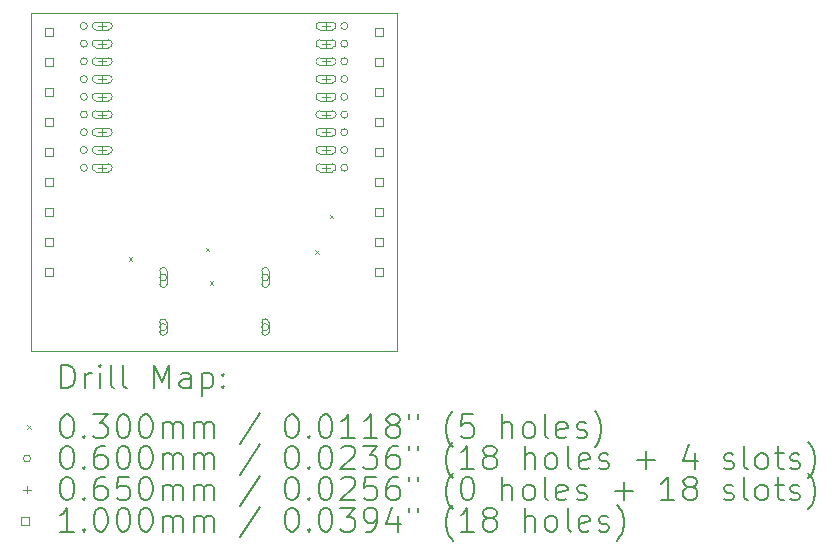
<source format=gbr>
%TF.GenerationSoftware,KiCad,Pcbnew,8.0.4-8.0.4-0~ubuntu24.04.1*%
%TF.CreationDate,2024-08-29T21:10:07+02:00*%
%TF.ProjectId,ESP32-C3-WROOM_flexypin,45535033-322d-4433-932d-57524f4f4d5f,rev?*%
%TF.SameCoordinates,Original*%
%TF.FileFunction,Drillmap*%
%TF.FilePolarity,Positive*%
%FSLAX45Y45*%
G04 Gerber Fmt 4.5, Leading zero omitted, Abs format (unit mm)*
G04 Created by KiCad (PCBNEW 8.0.4-8.0.4-0~ubuntu24.04.1) date 2024-08-29 21:10:07*
%MOMM*%
%LPD*%
G01*
G04 APERTURE LIST*
%ADD10C,0.100000*%
%ADD11C,0.200000*%
G04 APERTURE END LIST*
D10*
X13258800Y-8020000D02*
X16357600Y-8020000D01*
X16357600Y-10880000D02*
X13258800Y-10880000D01*
X16357600Y-8020000D02*
X16357600Y-10880000D01*
X13258800Y-10880000D02*
X13258800Y-8020000D01*
D11*
D10*
X14085000Y-10085000D02*
X14115000Y-10115000D01*
X14115000Y-10085000D02*
X14085000Y-10115000D01*
X14737286Y-10005000D02*
X14767286Y-10035000D01*
X14767286Y-10005000D02*
X14737286Y-10035000D01*
X14768727Y-10287356D02*
X14798727Y-10317356D01*
X14798727Y-10287356D02*
X14768727Y-10317356D01*
X15665000Y-10025000D02*
X15695000Y-10055000D01*
X15695000Y-10025000D02*
X15665000Y-10055000D01*
X15785000Y-9725000D02*
X15815000Y-9755000D01*
X15815000Y-9725000D02*
X15785000Y-9755000D01*
X13735000Y-8127500D02*
G75*
G02*
X13675000Y-8127500I-30000J0D01*
G01*
X13675000Y-8127500D02*
G75*
G02*
X13735000Y-8127500I30000J0D01*
G01*
X13735000Y-8277500D02*
G75*
G02*
X13675000Y-8277500I-30000J0D01*
G01*
X13675000Y-8277500D02*
G75*
G02*
X13735000Y-8277500I30000J0D01*
G01*
X13735000Y-8427500D02*
G75*
G02*
X13675000Y-8427500I-30000J0D01*
G01*
X13675000Y-8427500D02*
G75*
G02*
X13735000Y-8427500I30000J0D01*
G01*
X13735000Y-8577500D02*
G75*
G02*
X13675000Y-8577500I-30000J0D01*
G01*
X13675000Y-8577500D02*
G75*
G02*
X13735000Y-8577500I30000J0D01*
G01*
X13735000Y-8727500D02*
G75*
G02*
X13675000Y-8727500I-30000J0D01*
G01*
X13675000Y-8727500D02*
G75*
G02*
X13735000Y-8727500I30000J0D01*
G01*
X13735000Y-8877500D02*
G75*
G02*
X13675000Y-8877500I-30000J0D01*
G01*
X13675000Y-8877500D02*
G75*
G02*
X13735000Y-8877500I30000J0D01*
G01*
X13735000Y-9027500D02*
G75*
G02*
X13675000Y-9027500I-30000J0D01*
G01*
X13675000Y-9027500D02*
G75*
G02*
X13735000Y-9027500I30000J0D01*
G01*
X13735000Y-9177500D02*
G75*
G02*
X13675000Y-9177500I-30000J0D01*
G01*
X13675000Y-9177500D02*
G75*
G02*
X13735000Y-9177500I30000J0D01*
G01*
X13735000Y-9327500D02*
G75*
G02*
X13675000Y-9327500I-30000J0D01*
G01*
X13675000Y-9327500D02*
G75*
G02*
X13735000Y-9327500I30000J0D01*
G01*
X14406200Y-10257500D02*
G75*
G02*
X14346200Y-10257500I-30000J0D01*
G01*
X14346200Y-10257500D02*
G75*
G02*
X14406200Y-10257500I30000J0D01*
G01*
X14346200Y-10202500D02*
X14346200Y-10312500D01*
X14406200Y-10312500D02*
G75*
G02*
X14346200Y-10312500I-30000J0D01*
G01*
X14406200Y-10312500D02*
X14406200Y-10202500D01*
X14406200Y-10202500D02*
G75*
G03*
X14346200Y-10202500I-30000J0D01*
G01*
X14406200Y-10677500D02*
G75*
G02*
X14346200Y-10677500I-30000J0D01*
G01*
X14346200Y-10677500D02*
G75*
G02*
X14406200Y-10677500I30000J0D01*
G01*
X14346200Y-10637500D02*
X14346200Y-10717500D01*
X14406200Y-10717500D02*
G75*
G02*
X14346200Y-10717500I-30000J0D01*
G01*
X14406200Y-10717500D02*
X14406200Y-10637500D01*
X14406200Y-10637500D02*
G75*
G03*
X14346200Y-10637500I-30000J0D01*
G01*
X15270200Y-10257500D02*
G75*
G02*
X15210200Y-10257500I-30000J0D01*
G01*
X15210200Y-10257500D02*
G75*
G02*
X15270200Y-10257500I30000J0D01*
G01*
X15210200Y-10202500D02*
X15210200Y-10312500D01*
X15270200Y-10312500D02*
G75*
G02*
X15210200Y-10312500I-30000J0D01*
G01*
X15270200Y-10312500D02*
X15270200Y-10202500D01*
X15270200Y-10202500D02*
G75*
G03*
X15210200Y-10202500I-30000J0D01*
G01*
X15270200Y-10677500D02*
G75*
G02*
X15210200Y-10677500I-30000J0D01*
G01*
X15210200Y-10677500D02*
G75*
G02*
X15270200Y-10677500I30000J0D01*
G01*
X15210200Y-10637500D02*
X15210200Y-10717500D01*
X15270200Y-10717500D02*
G75*
G02*
X15210200Y-10717500I-30000J0D01*
G01*
X15270200Y-10717500D02*
X15270200Y-10637500D01*
X15270200Y-10637500D02*
G75*
G03*
X15210200Y-10637500I-30000J0D01*
G01*
X15940000Y-8127500D02*
G75*
G02*
X15880000Y-8127500I-30000J0D01*
G01*
X15880000Y-8127500D02*
G75*
G02*
X15940000Y-8127500I30000J0D01*
G01*
X15940000Y-8277500D02*
G75*
G02*
X15880000Y-8277500I-30000J0D01*
G01*
X15880000Y-8277500D02*
G75*
G02*
X15940000Y-8277500I30000J0D01*
G01*
X15940000Y-8427500D02*
G75*
G02*
X15880000Y-8427500I-30000J0D01*
G01*
X15880000Y-8427500D02*
G75*
G02*
X15940000Y-8427500I30000J0D01*
G01*
X15940000Y-8577500D02*
G75*
G02*
X15880000Y-8577500I-30000J0D01*
G01*
X15880000Y-8577500D02*
G75*
G02*
X15940000Y-8577500I30000J0D01*
G01*
X15940000Y-8727500D02*
G75*
G02*
X15880000Y-8727500I-30000J0D01*
G01*
X15880000Y-8727500D02*
G75*
G02*
X15940000Y-8727500I30000J0D01*
G01*
X15940000Y-8877500D02*
G75*
G02*
X15880000Y-8877500I-30000J0D01*
G01*
X15880000Y-8877500D02*
G75*
G02*
X15940000Y-8877500I30000J0D01*
G01*
X15940000Y-9027500D02*
G75*
G02*
X15880000Y-9027500I-30000J0D01*
G01*
X15880000Y-9027500D02*
G75*
G02*
X15940000Y-9027500I30000J0D01*
G01*
X15940000Y-9177500D02*
G75*
G02*
X15880000Y-9177500I-30000J0D01*
G01*
X15880000Y-9177500D02*
G75*
G02*
X15940000Y-9177500I30000J0D01*
G01*
X15940000Y-9327500D02*
G75*
G02*
X15880000Y-9327500I-30000J0D01*
G01*
X15880000Y-9327500D02*
G75*
G02*
X15940000Y-9327500I30000J0D01*
G01*
X13860000Y-8095000D02*
X13860000Y-8160000D01*
X13827500Y-8127500D02*
X13892500Y-8127500D01*
X13807500Y-8160000D02*
X13912500Y-8160000D01*
X13912500Y-8095000D02*
G75*
G02*
X13912500Y-8160000I0J-32500D01*
G01*
X13912500Y-8095000D02*
X13807500Y-8095000D01*
X13807500Y-8095000D02*
G75*
G03*
X13807500Y-8160000I0J-32500D01*
G01*
X13860000Y-8245000D02*
X13860000Y-8310000D01*
X13827500Y-8277500D02*
X13892500Y-8277500D01*
X13807500Y-8310000D02*
X13912500Y-8310000D01*
X13912500Y-8245000D02*
G75*
G02*
X13912500Y-8310000I0J-32500D01*
G01*
X13912500Y-8245000D02*
X13807500Y-8245000D01*
X13807500Y-8245000D02*
G75*
G03*
X13807500Y-8310000I0J-32500D01*
G01*
X13860000Y-8395000D02*
X13860000Y-8460000D01*
X13827500Y-8427500D02*
X13892500Y-8427500D01*
X13807500Y-8460000D02*
X13912500Y-8460000D01*
X13912500Y-8395000D02*
G75*
G02*
X13912500Y-8460000I0J-32500D01*
G01*
X13912500Y-8395000D02*
X13807500Y-8395000D01*
X13807500Y-8395000D02*
G75*
G03*
X13807500Y-8460000I0J-32500D01*
G01*
X13860000Y-8545000D02*
X13860000Y-8610000D01*
X13827500Y-8577500D02*
X13892500Y-8577500D01*
X13807500Y-8610000D02*
X13912500Y-8610000D01*
X13912500Y-8545000D02*
G75*
G02*
X13912500Y-8610000I0J-32500D01*
G01*
X13912500Y-8545000D02*
X13807500Y-8545000D01*
X13807500Y-8545000D02*
G75*
G03*
X13807500Y-8610000I0J-32500D01*
G01*
X13860000Y-8695000D02*
X13860000Y-8760000D01*
X13827500Y-8727500D02*
X13892500Y-8727500D01*
X13807500Y-8760000D02*
X13912500Y-8760000D01*
X13912500Y-8695000D02*
G75*
G02*
X13912500Y-8760000I0J-32500D01*
G01*
X13912500Y-8695000D02*
X13807500Y-8695000D01*
X13807500Y-8695000D02*
G75*
G03*
X13807500Y-8760000I0J-32500D01*
G01*
X13860000Y-8845000D02*
X13860000Y-8910000D01*
X13827500Y-8877500D02*
X13892500Y-8877500D01*
X13807500Y-8910000D02*
X13912500Y-8910000D01*
X13912500Y-8845000D02*
G75*
G02*
X13912500Y-8910000I0J-32500D01*
G01*
X13912500Y-8845000D02*
X13807500Y-8845000D01*
X13807500Y-8845000D02*
G75*
G03*
X13807500Y-8910000I0J-32500D01*
G01*
X13860000Y-8995000D02*
X13860000Y-9060000D01*
X13827500Y-9027500D02*
X13892500Y-9027500D01*
X13807500Y-9060000D02*
X13912500Y-9060000D01*
X13912500Y-8995000D02*
G75*
G02*
X13912500Y-9060000I0J-32500D01*
G01*
X13912500Y-8995000D02*
X13807500Y-8995000D01*
X13807500Y-8995000D02*
G75*
G03*
X13807500Y-9060000I0J-32500D01*
G01*
X13860000Y-9145000D02*
X13860000Y-9210000D01*
X13827500Y-9177500D02*
X13892500Y-9177500D01*
X13807500Y-9210000D02*
X13912500Y-9210000D01*
X13912500Y-9145000D02*
G75*
G02*
X13912500Y-9210000I0J-32500D01*
G01*
X13912500Y-9145000D02*
X13807500Y-9145000D01*
X13807500Y-9145000D02*
G75*
G03*
X13807500Y-9210000I0J-32500D01*
G01*
X13860000Y-9295000D02*
X13860000Y-9360000D01*
X13827500Y-9327500D02*
X13892500Y-9327500D01*
X13807500Y-9360000D02*
X13912500Y-9360000D01*
X13912500Y-9295000D02*
G75*
G02*
X13912500Y-9360000I0J-32500D01*
G01*
X13912500Y-9295000D02*
X13807500Y-9295000D01*
X13807500Y-9295000D02*
G75*
G03*
X13807500Y-9360000I0J-32500D01*
G01*
X15755000Y-8095000D02*
X15755000Y-8160000D01*
X15722500Y-8127500D02*
X15787500Y-8127500D01*
X15807500Y-8095000D02*
X15702500Y-8095000D01*
X15702500Y-8160000D02*
G75*
G02*
X15702500Y-8095000I0J32500D01*
G01*
X15702500Y-8160000D02*
X15807500Y-8160000D01*
X15807500Y-8160000D02*
G75*
G03*
X15807500Y-8095000I0J32500D01*
G01*
X15755000Y-8245000D02*
X15755000Y-8310000D01*
X15722500Y-8277500D02*
X15787500Y-8277500D01*
X15807500Y-8245000D02*
X15702500Y-8245000D01*
X15702500Y-8310000D02*
G75*
G02*
X15702500Y-8245000I0J32500D01*
G01*
X15702500Y-8310000D02*
X15807500Y-8310000D01*
X15807500Y-8310000D02*
G75*
G03*
X15807500Y-8245000I0J32500D01*
G01*
X15755000Y-8395000D02*
X15755000Y-8460000D01*
X15722500Y-8427500D02*
X15787500Y-8427500D01*
X15807500Y-8395000D02*
X15702500Y-8395000D01*
X15702500Y-8460000D02*
G75*
G02*
X15702500Y-8395000I0J32500D01*
G01*
X15702500Y-8460000D02*
X15807500Y-8460000D01*
X15807500Y-8460000D02*
G75*
G03*
X15807500Y-8395000I0J32500D01*
G01*
X15755000Y-8545000D02*
X15755000Y-8610000D01*
X15722500Y-8577500D02*
X15787500Y-8577500D01*
X15807500Y-8545000D02*
X15702500Y-8545000D01*
X15702500Y-8610000D02*
G75*
G02*
X15702500Y-8545000I0J32500D01*
G01*
X15702500Y-8610000D02*
X15807500Y-8610000D01*
X15807500Y-8610000D02*
G75*
G03*
X15807500Y-8545000I0J32500D01*
G01*
X15755000Y-8695000D02*
X15755000Y-8760000D01*
X15722500Y-8727500D02*
X15787500Y-8727500D01*
X15807500Y-8695000D02*
X15702500Y-8695000D01*
X15702500Y-8760000D02*
G75*
G02*
X15702500Y-8695000I0J32500D01*
G01*
X15702500Y-8760000D02*
X15807500Y-8760000D01*
X15807500Y-8760000D02*
G75*
G03*
X15807500Y-8695000I0J32500D01*
G01*
X15755000Y-8845000D02*
X15755000Y-8910000D01*
X15722500Y-8877500D02*
X15787500Y-8877500D01*
X15807500Y-8845000D02*
X15702500Y-8845000D01*
X15702500Y-8910000D02*
G75*
G02*
X15702500Y-8845000I0J32500D01*
G01*
X15702500Y-8910000D02*
X15807500Y-8910000D01*
X15807500Y-8910000D02*
G75*
G03*
X15807500Y-8845000I0J32500D01*
G01*
X15755000Y-8995000D02*
X15755000Y-9060000D01*
X15722500Y-9027500D02*
X15787500Y-9027500D01*
X15807500Y-8995000D02*
X15702500Y-8995000D01*
X15702500Y-9060000D02*
G75*
G02*
X15702500Y-8995000I0J32500D01*
G01*
X15702500Y-9060000D02*
X15807500Y-9060000D01*
X15807500Y-9060000D02*
G75*
G03*
X15807500Y-8995000I0J32500D01*
G01*
X15755000Y-9145000D02*
X15755000Y-9210000D01*
X15722500Y-9177500D02*
X15787500Y-9177500D01*
X15807500Y-9145000D02*
X15702500Y-9145000D01*
X15702500Y-9210000D02*
G75*
G02*
X15702500Y-9145000I0J32500D01*
G01*
X15702500Y-9210000D02*
X15807500Y-9210000D01*
X15807500Y-9210000D02*
G75*
G03*
X15807500Y-9145000I0J32500D01*
G01*
X15755000Y-9295000D02*
X15755000Y-9360000D01*
X15722500Y-9327500D02*
X15787500Y-9327500D01*
X15807500Y-9295000D02*
X15702500Y-9295000D01*
X15702500Y-9360000D02*
G75*
G02*
X15702500Y-9295000I0J32500D01*
G01*
X15702500Y-9360000D02*
X15807500Y-9360000D01*
X15807500Y-9360000D02*
G75*
G03*
X15807500Y-9295000I0J32500D01*
G01*
X13446556Y-8214156D02*
X13446556Y-8143444D01*
X13375844Y-8143444D01*
X13375844Y-8214156D01*
X13446556Y-8214156D01*
X13446556Y-8468156D02*
X13446556Y-8397444D01*
X13375844Y-8397444D01*
X13375844Y-8468156D01*
X13446556Y-8468156D01*
X13446556Y-8722156D02*
X13446556Y-8651444D01*
X13375844Y-8651444D01*
X13375844Y-8722156D01*
X13446556Y-8722156D01*
X13446556Y-8976156D02*
X13446556Y-8905444D01*
X13375844Y-8905444D01*
X13375844Y-8976156D01*
X13446556Y-8976156D01*
X13446556Y-9230156D02*
X13446556Y-9159444D01*
X13375844Y-9159444D01*
X13375844Y-9230156D01*
X13446556Y-9230156D01*
X13446556Y-9484156D02*
X13446556Y-9413444D01*
X13375844Y-9413444D01*
X13375844Y-9484156D01*
X13446556Y-9484156D01*
X13446556Y-9738156D02*
X13446556Y-9667444D01*
X13375844Y-9667444D01*
X13375844Y-9738156D01*
X13446556Y-9738156D01*
X13446556Y-9992156D02*
X13446556Y-9921444D01*
X13375844Y-9921444D01*
X13375844Y-9992156D01*
X13446556Y-9992156D01*
X13446556Y-10246156D02*
X13446556Y-10175444D01*
X13375844Y-10175444D01*
X13375844Y-10246156D01*
X13446556Y-10246156D01*
X16240556Y-8214156D02*
X16240556Y-8143444D01*
X16169844Y-8143444D01*
X16169844Y-8214156D01*
X16240556Y-8214156D01*
X16240556Y-8468156D02*
X16240556Y-8397444D01*
X16169844Y-8397444D01*
X16169844Y-8468156D01*
X16240556Y-8468156D01*
X16240556Y-8722156D02*
X16240556Y-8651444D01*
X16169844Y-8651444D01*
X16169844Y-8722156D01*
X16240556Y-8722156D01*
X16240556Y-8976156D02*
X16240556Y-8905444D01*
X16169844Y-8905444D01*
X16169844Y-8976156D01*
X16240556Y-8976156D01*
X16240556Y-9230156D02*
X16240556Y-9159444D01*
X16169844Y-9159444D01*
X16169844Y-9230156D01*
X16240556Y-9230156D01*
X16240556Y-9484156D02*
X16240556Y-9413444D01*
X16169844Y-9413444D01*
X16169844Y-9484156D01*
X16240556Y-9484156D01*
X16240556Y-9738156D02*
X16240556Y-9667444D01*
X16169844Y-9667444D01*
X16169844Y-9738156D01*
X16240556Y-9738156D01*
X16240556Y-9992156D02*
X16240556Y-9921444D01*
X16169844Y-9921444D01*
X16169844Y-9992156D01*
X16240556Y-9992156D01*
X16240556Y-10246156D02*
X16240556Y-10175444D01*
X16169844Y-10175444D01*
X16169844Y-10246156D01*
X16240556Y-10246156D01*
D11*
X13514577Y-11196484D02*
X13514577Y-10996484D01*
X13514577Y-10996484D02*
X13562196Y-10996484D01*
X13562196Y-10996484D02*
X13590767Y-11006008D01*
X13590767Y-11006008D02*
X13609815Y-11025055D01*
X13609815Y-11025055D02*
X13619339Y-11044103D01*
X13619339Y-11044103D02*
X13628862Y-11082198D01*
X13628862Y-11082198D02*
X13628862Y-11110770D01*
X13628862Y-11110770D02*
X13619339Y-11148865D01*
X13619339Y-11148865D02*
X13609815Y-11167912D01*
X13609815Y-11167912D02*
X13590767Y-11186960D01*
X13590767Y-11186960D02*
X13562196Y-11196484D01*
X13562196Y-11196484D02*
X13514577Y-11196484D01*
X13714577Y-11196484D02*
X13714577Y-11063150D01*
X13714577Y-11101246D02*
X13724101Y-11082198D01*
X13724101Y-11082198D02*
X13733624Y-11072674D01*
X13733624Y-11072674D02*
X13752672Y-11063150D01*
X13752672Y-11063150D02*
X13771720Y-11063150D01*
X13838386Y-11196484D02*
X13838386Y-11063150D01*
X13838386Y-10996484D02*
X13828862Y-11006008D01*
X13828862Y-11006008D02*
X13838386Y-11015531D01*
X13838386Y-11015531D02*
X13847910Y-11006008D01*
X13847910Y-11006008D02*
X13838386Y-10996484D01*
X13838386Y-10996484D02*
X13838386Y-11015531D01*
X13962196Y-11196484D02*
X13943148Y-11186960D01*
X13943148Y-11186960D02*
X13933624Y-11167912D01*
X13933624Y-11167912D02*
X13933624Y-10996484D01*
X14066958Y-11196484D02*
X14047910Y-11186960D01*
X14047910Y-11186960D02*
X14038386Y-11167912D01*
X14038386Y-11167912D02*
X14038386Y-10996484D01*
X14295529Y-11196484D02*
X14295529Y-10996484D01*
X14295529Y-10996484D02*
X14362196Y-11139341D01*
X14362196Y-11139341D02*
X14428862Y-10996484D01*
X14428862Y-10996484D02*
X14428862Y-11196484D01*
X14609815Y-11196484D02*
X14609815Y-11091722D01*
X14609815Y-11091722D02*
X14600291Y-11072674D01*
X14600291Y-11072674D02*
X14581243Y-11063150D01*
X14581243Y-11063150D02*
X14543148Y-11063150D01*
X14543148Y-11063150D02*
X14524101Y-11072674D01*
X14609815Y-11186960D02*
X14590767Y-11196484D01*
X14590767Y-11196484D02*
X14543148Y-11196484D01*
X14543148Y-11196484D02*
X14524101Y-11186960D01*
X14524101Y-11186960D02*
X14514577Y-11167912D01*
X14514577Y-11167912D02*
X14514577Y-11148865D01*
X14514577Y-11148865D02*
X14524101Y-11129817D01*
X14524101Y-11129817D02*
X14543148Y-11120293D01*
X14543148Y-11120293D02*
X14590767Y-11120293D01*
X14590767Y-11120293D02*
X14609815Y-11110770D01*
X14705053Y-11063150D02*
X14705053Y-11263150D01*
X14705053Y-11072674D02*
X14724101Y-11063150D01*
X14724101Y-11063150D02*
X14762196Y-11063150D01*
X14762196Y-11063150D02*
X14781243Y-11072674D01*
X14781243Y-11072674D02*
X14790767Y-11082198D01*
X14790767Y-11082198D02*
X14800291Y-11101246D01*
X14800291Y-11101246D02*
X14800291Y-11158389D01*
X14800291Y-11158389D02*
X14790767Y-11177436D01*
X14790767Y-11177436D02*
X14781243Y-11186960D01*
X14781243Y-11186960D02*
X14762196Y-11196484D01*
X14762196Y-11196484D02*
X14724101Y-11196484D01*
X14724101Y-11196484D02*
X14705053Y-11186960D01*
X14886005Y-11177436D02*
X14895529Y-11186960D01*
X14895529Y-11186960D02*
X14886005Y-11196484D01*
X14886005Y-11196484D02*
X14876482Y-11186960D01*
X14876482Y-11186960D02*
X14886005Y-11177436D01*
X14886005Y-11177436D02*
X14886005Y-11196484D01*
X14886005Y-11072674D02*
X14895529Y-11082198D01*
X14895529Y-11082198D02*
X14886005Y-11091722D01*
X14886005Y-11091722D02*
X14876482Y-11082198D01*
X14876482Y-11082198D02*
X14886005Y-11072674D01*
X14886005Y-11072674D02*
X14886005Y-11091722D01*
D10*
X13223800Y-11510000D02*
X13253800Y-11540000D01*
X13253800Y-11510000D02*
X13223800Y-11540000D01*
D11*
X13552672Y-11416484D02*
X13571720Y-11416484D01*
X13571720Y-11416484D02*
X13590767Y-11426008D01*
X13590767Y-11426008D02*
X13600291Y-11435531D01*
X13600291Y-11435531D02*
X13609815Y-11454579D01*
X13609815Y-11454579D02*
X13619339Y-11492674D01*
X13619339Y-11492674D02*
X13619339Y-11540293D01*
X13619339Y-11540293D02*
X13609815Y-11578388D01*
X13609815Y-11578388D02*
X13600291Y-11597436D01*
X13600291Y-11597436D02*
X13590767Y-11606960D01*
X13590767Y-11606960D02*
X13571720Y-11616484D01*
X13571720Y-11616484D02*
X13552672Y-11616484D01*
X13552672Y-11616484D02*
X13533624Y-11606960D01*
X13533624Y-11606960D02*
X13524101Y-11597436D01*
X13524101Y-11597436D02*
X13514577Y-11578388D01*
X13514577Y-11578388D02*
X13505053Y-11540293D01*
X13505053Y-11540293D02*
X13505053Y-11492674D01*
X13505053Y-11492674D02*
X13514577Y-11454579D01*
X13514577Y-11454579D02*
X13524101Y-11435531D01*
X13524101Y-11435531D02*
X13533624Y-11426008D01*
X13533624Y-11426008D02*
X13552672Y-11416484D01*
X13705053Y-11597436D02*
X13714577Y-11606960D01*
X13714577Y-11606960D02*
X13705053Y-11616484D01*
X13705053Y-11616484D02*
X13695529Y-11606960D01*
X13695529Y-11606960D02*
X13705053Y-11597436D01*
X13705053Y-11597436D02*
X13705053Y-11616484D01*
X13781243Y-11416484D02*
X13905053Y-11416484D01*
X13905053Y-11416484D02*
X13838386Y-11492674D01*
X13838386Y-11492674D02*
X13866958Y-11492674D01*
X13866958Y-11492674D02*
X13886005Y-11502198D01*
X13886005Y-11502198D02*
X13895529Y-11511722D01*
X13895529Y-11511722D02*
X13905053Y-11530769D01*
X13905053Y-11530769D02*
X13905053Y-11578388D01*
X13905053Y-11578388D02*
X13895529Y-11597436D01*
X13895529Y-11597436D02*
X13886005Y-11606960D01*
X13886005Y-11606960D02*
X13866958Y-11616484D01*
X13866958Y-11616484D02*
X13809815Y-11616484D01*
X13809815Y-11616484D02*
X13790767Y-11606960D01*
X13790767Y-11606960D02*
X13781243Y-11597436D01*
X14028862Y-11416484D02*
X14047910Y-11416484D01*
X14047910Y-11416484D02*
X14066958Y-11426008D01*
X14066958Y-11426008D02*
X14076482Y-11435531D01*
X14076482Y-11435531D02*
X14086005Y-11454579D01*
X14086005Y-11454579D02*
X14095529Y-11492674D01*
X14095529Y-11492674D02*
X14095529Y-11540293D01*
X14095529Y-11540293D02*
X14086005Y-11578388D01*
X14086005Y-11578388D02*
X14076482Y-11597436D01*
X14076482Y-11597436D02*
X14066958Y-11606960D01*
X14066958Y-11606960D02*
X14047910Y-11616484D01*
X14047910Y-11616484D02*
X14028862Y-11616484D01*
X14028862Y-11616484D02*
X14009815Y-11606960D01*
X14009815Y-11606960D02*
X14000291Y-11597436D01*
X14000291Y-11597436D02*
X13990767Y-11578388D01*
X13990767Y-11578388D02*
X13981243Y-11540293D01*
X13981243Y-11540293D02*
X13981243Y-11492674D01*
X13981243Y-11492674D02*
X13990767Y-11454579D01*
X13990767Y-11454579D02*
X14000291Y-11435531D01*
X14000291Y-11435531D02*
X14009815Y-11426008D01*
X14009815Y-11426008D02*
X14028862Y-11416484D01*
X14219339Y-11416484D02*
X14238386Y-11416484D01*
X14238386Y-11416484D02*
X14257434Y-11426008D01*
X14257434Y-11426008D02*
X14266958Y-11435531D01*
X14266958Y-11435531D02*
X14276482Y-11454579D01*
X14276482Y-11454579D02*
X14286005Y-11492674D01*
X14286005Y-11492674D02*
X14286005Y-11540293D01*
X14286005Y-11540293D02*
X14276482Y-11578388D01*
X14276482Y-11578388D02*
X14266958Y-11597436D01*
X14266958Y-11597436D02*
X14257434Y-11606960D01*
X14257434Y-11606960D02*
X14238386Y-11616484D01*
X14238386Y-11616484D02*
X14219339Y-11616484D01*
X14219339Y-11616484D02*
X14200291Y-11606960D01*
X14200291Y-11606960D02*
X14190767Y-11597436D01*
X14190767Y-11597436D02*
X14181243Y-11578388D01*
X14181243Y-11578388D02*
X14171720Y-11540293D01*
X14171720Y-11540293D02*
X14171720Y-11492674D01*
X14171720Y-11492674D02*
X14181243Y-11454579D01*
X14181243Y-11454579D02*
X14190767Y-11435531D01*
X14190767Y-11435531D02*
X14200291Y-11426008D01*
X14200291Y-11426008D02*
X14219339Y-11416484D01*
X14371720Y-11616484D02*
X14371720Y-11483150D01*
X14371720Y-11502198D02*
X14381243Y-11492674D01*
X14381243Y-11492674D02*
X14400291Y-11483150D01*
X14400291Y-11483150D02*
X14428863Y-11483150D01*
X14428863Y-11483150D02*
X14447910Y-11492674D01*
X14447910Y-11492674D02*
X14457434Y-11511722D01*
X14457434Y-11511722D02*
X14457434Y-11616484D01*
X14457434Y-11511722D02*
X14466958Y-11492674D01*
X14466958Y-11492674D02*
X14486005Y-11483150D01*
X14486005Y-11483150D02*
X14514577Y-11483150D01*
X14514577Y-11483150D02*
X14533624Y-11492674D01*
X14533624Y-11492674D02*
X14543148Y-11511722D01*
X14543148Y-11511722D02*
X14543148Y-11616484D01*
X14638386Y-11616484D02*
X14638386Y-11483150D01*
X14638386Y-11502198D02*
X14647910Y-11492674D01*
X14647910Y-11492674D02*
X14666958Y-11483150D01*
X14666958Y-11483150D02*
X14695529Y-11483150D01*
X14695529Y-11483150D02*
X14714577Y-11492674D01*
X14714577Y-11492674D02*
X14724101Y-11511722D01*
X14724101Y-11511722D02*
X14724101Y-11616484D01*
X14724101Y-11511722D02*
X14733624Y-11492674D01*
X14733624Y-11492674D02*
X14752672Y-11483150D01*
X14752672Y-11483150D02*
X14781243Y-11483150D01*
X14781243Y-11483150D02*
X14800291Y-11492674D01*
X14800291Y-11492674D02*
X14809815Y-11511722D01*
X14809815Y-11511722D02*
X14809815Y-11616484D01*
X15200291Y-11406960D02*
X15028863Y-11664103D01*
X15457434Y-11416484D02*
X15476482Y-11416484D01*
X15476482Y-11416484D02*
X15495529Y-11426008D01*
X15495529Y-11426008D02*
X15505053Y-11435531D01*
X15505053Y-11435531D02*
X15514577Y-11454579D01*
X15514577Y-11454579D02*
X15524101Y-11492674D01*
X15524101Y-11492674D02*
X15524101Y-11540293D01*
X15524101Y-11540293D02*
X15514577Y-11578388D01*
X15514577Y-11578388D02*
X15505053Y-11597436D01*
X15505053Y-11597436D02*
X15495529Y-11606960D01*
X15495529Y-11606960D02*
X15476482Y-11616484D01*
X15476482Y-11616484D02*
X15457434Y-11616484D01*
X15457434Y-11616484D02*
X15438386Y-11606960D01*
X15438386Y-11606960D02*
X15428863Y-11597436D01*
X15428863Y-11597436D02*
X15419339Y-11578388D01*
X15419339Y-11578388D02*
X15409815Y-11540293D01*
X15409815Y-11540293D02*
X15409815Y-11492674D01*
X15409815Y-11492674D02*
X15419339Y-11454579D01*
X15419339Y-11454579D02*
X15428863Y-11435531D01*
X15428863Y-11435531D02*
X15438386Y-11426008D01*
X15438386Y-11426008D02*
X15457434Y-11416484D01*
X15609815Y-11597436D02*
X15619339Y-11606960D01*
X15619339Y-11606960D02*
X15609815Y-11616484D01*
X15609815Y-11616484D02*
X15600291Y-11606960D01*
X15600291Y-11606960D02*
X15609815Y-11597436D01*
X15609815Y-11597436D02*
X15609815Y-11616484D01*
X15743148Y-11416484D02*
X15762196Y-11416484D01*
X15762196Y-11416484D02*
X15781244Y-11426008D01*
X15781244Y-11426008D02*
X15790767Y-11435531D01*
X15790767Y-11435531D02*
X15800291Y-11454579D01*
X15800291Y-11454579D02*
X15809815Y-11492674D01*
X15809815Y-11492674D02*
X15809815Y-11540293D01*
X15809815Y-11540293D02*
X15800291Y-11578388D01*
X15800291Y-11578388D02*
X15790767Y-11597436D01*
X15790767Y-11597436D02*
X15781244Y-11606960D01*
X15781244Y-11606960D02*
X15762196Y-11616484D01*
X15762196Y-11616484D02*
X15743148Y-11616484D01*
X15743148Y-11616484D02*
X15724101Y-11606960D01*
X15724101Y-11606960D02*
X15714577Y-11597436D01*
X15714577Y-11597436D02*
X15705053Y-11578388D01*
X15705053Y-11578388D02*
X15695529Y-11540293D01*
X15695529Y-11540293D02*
X15695529Y-11492674D01*
X15695529Y-11492674D02*
X15705053Y-11454579D01*
X15705053Y-11454579D02*
X15714577Y-11435531D01*
X15714577Y-11435531D02*
X15724101Y-11426008D01*
X15724101Y-11426008D02*
X15743148Y-11416484D01*
X16000291Y-11616484D02*
X15886006Y-11616484D01*
X15943148Y-11616484D02*
X15943148Y-11416484D01*
X15943148Y-11416484D02*
X15924101Y-11445055D01*
X15924101Y-11445055D02*
X15905053Y-11464103D01*
X15905053Y-11464103D02*
X15886006Y-11473627D01*
X16190767Y-11616484D02*
X16076482Y-11616484D01*
X16133625Y-11616484D02*
X16133625Y-11416484D01*
X16133625Y-11416484D02*
X16114577Y-11445055D01*
X16114577Y-11445055D02*
X16095529Y-11464103D01*
X16095529Y-11464103D02*
X16076482Y-11473627D01*
X16305053Y-11502198D02*
X16286006Y-11492674D01*
X16286006Y-11492674D02*
X16276482Y-11483150D01*
X16276482Y-11483150D02*
X16266958Y-11464103D01*
X16266958Y-11464103D02*
X16266958Y-11454579D01*
X16266958Y-11454579D02*
X16276482Y-11435531D01*
X16276482Y-11435531D02*
X16286006Y-11426008D01*
X16286006Y-11426008D02*
X16305053Y-11416484D01*
X16305053Y-11416484D02*
X16343148Y-11416484D01*
X16343148Y-11416484D02*
X16362196Y-11426008D01*
X16362196Y-11426008D02*
X16371720Y-11435531D01*
X16371720Y-11435531D02*
X16381244Y-11454579D01*
X16381244Y-11454579D02*
X16381244Y-11464103D01*
X16381244Y-11464103D02*
X16371720Y-11483150D01*
X16371720Y-11483150D02*
X16362196Y-11492674D01*
X16362196Y-11492674D02*
X16343148Y-11502198D01*
X16343148Y-11502198D02*
X16305053Y-11502198D01*
X16305053Y-11502198D02*
X16286006Y-11511722D01*
X16286006Y-11511722D02*
X16276482Y-11521246D01*
X16276482Y-11521246D02*
X16266958Y-11540293D01*
X16266958Y-11540293D02*
X16266958Y-11578388D01*
X16266958Y-11578388D02*
X16276482Y-11597436D01*
X16276482Y-11597436D02*
X16286006Y-11606960D01*
X16286006Y-11606960D02*
X16305053Y-11616484D01*
X16305053Y-11616484D02*
X16343148Y-11616484D01*
X16343148Y-11616484D02*
X16362196Y-11606960D01*
X16362196Y-11606960D02*
X16371720Y-11597436D01*
X16371720Y-11597436D02*
X16381244Y-11578388D01*
X16381244Y-11578388D02*
X16381244Y-11540293D01*
X16381244Y-11540293D02*
X16371720Y-11521246D01*
X16371720Y-11521246D02*
X16362196Y-11511722D01*
X16362196Y-11511722D02*
X16343148Y-11502198D01*
X16457434Y-11416484D02*
X16457434Y-11454579D01*
X16533625Y-11416484D02*
X16533625Y-11454579D01*
X16828863Y-11692674D02*
X16819339Y-11683150D01*
X16819339Y-11683150D02*
X16800291Y-11654579D01*
X16800291Y-11654579D02*
X16790768Y-11635531D01*
X16790768Y-11635531D02*
X16781244Y-11606960D01*
X16781244Y-11606960D02*
X16771720Y-11559341D01*
X16771720Y-11559341D02*
X16771720Y-11521246D01*
X16771720Y-11521246D02*
X16781244Y-11473627D01*
X16781244Y-11473627D02*
X16790768Y-11445055D01*
X16790768Y-11445055D02*
X16800291Y-11426008D01*
X16800291Y-11426008D02*
X16819339Y-11397436D01*
X16819339Y-11397436D02*
X16828863Y-11387912D01*
X17000291Y-11416484D02*
X16905053Y-11416484D01*
X16905053Y-11416484D02*
X16895530Y-11511722D01*
X16895530Y-11511722D02*
X16905053Y-11502198D01*
X16905053Y-11502198D02*
X16924101Y-11492674D01*
X16924101Y-11492674D02*
X16971720Y-11492674D01*
X16971720Y-11492674D02*
X16990768Y-11502198D01*
X16990768Y-11502198D02*
X17000291Y-11511722D01*
X17000291Y-11511722D02*
X17009815Y-11530769D01*
X17009815Y-11530769D02*
X17009815Y-11578388D01*
X17009815Y-11578388D02*
X17000291Y-11597436D01*
X17000291Y-11597436D02*
X16990768Y-11606960D01*
X16990768Y-11606960D02*
X16971720Y-11616484D01*
X16971720Y-11616484D02*
X16924101Y-11616484D01*
X16924101Y-11616484D02*
X16905053Y-11606960D01*
X16905053Y-11606960D02*
X16895530Y-11597436D01*
X17247911Y-11616484D02*
X17247911Y-11416484D01*
X17333625Y-11616484D02*
X17333625Y-11511722D01*
X17333625Y-11511722D02*
X17324101Y-11492674D01*
X17324101Y-11492674D02*
X17305053Y-11483150D01*
X17305053Y-11483150D02*
X17276482Y-11483150D01*
X17276482Y-11483150D02*
X17257434Y-11492674D01*
X17257434Y-11492674D02*
X17247911Y-11502198D01*
X17457434Y-11616484D02*
X17438387Y-11606960D01*
X17438387Y-11606960D02*
X17428863Y-11597436D01*
X17428863Y-11597436D02*
X17419339Y-11578388D01*
X17419339Y-11578388D02*
X17419339Y-11521246D01*
X17419339Y-11521246D02*
X17428863Y-11502198D01*
X17428863Y-11502198D02*
X17438387Y-11492674D01*
X17438387Y-11492674D02*
X17457434Y-11483150D01*
X17457434Y-11483150D02*
X17486006Y-11483150D01*
X17486006Y-11483150D02*
X17505053Y-11492674D01*
X17505053Y-11492674D02*
X17514577Y-11502198D01*
X17514577Y-11502198D02*
X17524101Y-11521246D01*
X17524101Y-11521246D02*
X17524101Y-11578388D01*
X17524101Y-11578388D02*
X17514577Y-11597436D01*
X17514577Y-11597436D02*
X17505053Y-11606960D01*
X17505053Y-11606960D02*
X17486006Y-11616484D01*
X17486006Y-11616484D02*
X17457434Y-11616484D01*
X17638387Y-11616484D02*
X17619339Y-11606960D01*
X17619339Y-11606960D02*
X17609815Y-11587912D01*
X17609815Y-11587912D02*
X17609815Y-11416484D01*
X17790768Y-11606960D02*
X17771720Y-11616484D01*
X17771720Y-11616484D02*
X17733625Y-11616484D01*
X17733625Y-11616484D02*
X17714577Y-11606960D01*
X17714577Y-11606960D02*
X17705053Y-11587912D01*
X17705053Y-11587912D02*
X17705053Y-11511722D01*
X17705053Y-11511722D02*
X17714577Y-11492674D01*
X17714577Y-11492674D02*
X17733625Y-11483150D01*
X17733625Y-11483150D02*
X17771720Y-11483150D01*
X17771720Y-11483150D02*
X17790768Y-11492674D01*
X17790768Y-11492674D02*
X17800292Y-11511722D01*
X17800292Y-11511722D02*
X17800292Y-11530769D01*
X17800292Y-11530769D02*
X17705053Y-11549817D01*
X17876482Y-11606960D02*
X17895530Y-11616484D01*
X17895530Y-11616484D02*
X17933625Y-11616484D01*
X17933625Y-11616484D02*
X17952673Y-11606960D01*
X17952673Y-11606960D02*
X17962196Y-11587912D01*
X17962196Y-11587912D02*
X17962196Y-11578388D01*
X17962196Y-11578388D02*
X17952673Y-11559341D01*
X17952673Y-11559341D02*
X17933625Y-11549817D01*
X17933625Y-11549817D02*
X17905053Y-11549817D01*
X17905053Y-11549817D02*
X17886006Y-11540293D01*
X17886006Y-11540293D02*
X17876482Y-11521246D01*
X17876482Y-11521246D02*
X17876482Y-11511722D01*
X17876482Y-11511722D02*
X17886006Y-11492674D01*
X17886006Y-11492674D02*
X17905053Y-11483150D01*
X17905053Y-11483150D02*
X17933625Y-11483150D01*
X17933625Y-11483150D02*
X17952673Y-11492674D01*
X18028863Y-11692674D02*
X18038387Y-11683150D01*
X18038387Y-11683150D02*
X18057434Y-11654579D01*
X18057434Y-11654579D02*
X18066958Y-11635531D01*
X18066958Y-11635531D02*
X18076482Y-11606960D01*
X18076482Y-11606960D02*
X18086006Y-11559341D01*
X18086006Y-11559341D02*
X18086006Y-11521246D01*
X18086006Y-11521246D02*
X18076482Y-11473627D01*
X18076482Y-11473627D02*
X18066958Y-11445055D01*
X18066958Y-11445055D02*
X18057434Y-11426008D01*
X18057434Y-11426008D02*
X18038387Y-11397436D01*
X18038387Y-11397436D02*
X18028863Y-11387912D01*
D10*
X13253800Y-11789000D02*
G75*
G02*
X13193800Y-11789000I-30000J0D01*
G01*
X13193800Y-11789000D02*
G75*
G02*
X13253800Y-11789000I30000J0D01*
G01*
D11*
X13552672Y-11680484D02*
X13571720Y-11680484D01*
X13571720Y-11680484D02*
X13590767Y-11690008D01*
X13590767Y-11690008D02*
X13600291Y-11699531D01*
X13600291Y-11699531D02*
X13609815Y-11718579D01*
X13609815Y-11718579D02*
X13619339Y-11756674D01*
X13619339Y-11756674D02*
X13619339Y-11804293D01*
X13619339Y-11804293D02*
X13609815Y-11842388D01*
X13609815Y-11842388D02*
X13600291Y-11861436D01*
X13600291Y-11861436D02*
X13590767Y-11870960D01*
X13590767Y-11870960D02*
X13571720Y-11880484D01*
X13571720Y-11880484D02*
X13552672Y-11880484D01*
X13552672Y-11880484D02*
X13533624Y-11870960D01*
X13533624Y-11870960D02*
X13524101Y-11861436D01*
X13524101Y-11861436D02*
X13514577Y-11842388D01*
X13514577Y-11842388D02*
X13505053Y-11804293D01*
X13505053Y-11804293D02*
X13505053Y-11756674D01*
X13505053Y-11756674D02*
X13514577Y-11718579D01*
X13514577Y-11718579D02*
X13524101Y-11699531D01*
X13524101Y-11699531D02*
X13533624Y-11690008D01*
X13533624Y-11690008D02*
X13552672Y-11680484D01*
X13705053Y-11861436D02*
X13714577Y-11870960D01*
X13714577Y-11870960D02*
X13705053Y-11880484D01*
X13705053Y-11880484D02*
X13695529Y-11870960D01*
X13695529Y-11870960D02*
X13705053Y-11861436D01*
X13705053Y-11861436D02*
X13705053Y-11880484D01*
X13886005Y-11680484D02*
X13847910Y-11680484D01*
X13847910Y-11680484D02*
X13828862Y-11690008D01*
X13828862Y-11690008D02*
X13819339Y-11699531D01*
X13819339Y-11699531D02*
X13800291Y-11728103D01*
X13800291Y-11728103D02*
X13790767Y-11766198D01*
X13790767Y-11766198D02*
X13790767Y-11842388D01*
X13790767Y-11842388D02*
X13800291Y-11861436D01*
X13800291Y-11861436D02*
X13809815Y-11870960D01*
X13809815Y-11870960D02*
X13828862Y-11880484D01*
X13828862Y-11880484D02*
X13866958Y-11880484D01*
X13866958Y-11880484D02*
X13886005Y-11870960D01*
X13886005Y-11870960D02*
X13895529Y-11861436D01*
X13895529Y-11861436D02*
X13905053Y-11842388D01*
X13905053Y-11842388D02*
X13905053Y-11794769D01*
X13905053Y-11794769D02*
X13895529Y-11775722D01*
X13895529Y-11775722D02*
X13886005Y-11766198D01*
X13886005Y-11766198D02*
X13866958Y-11756674D01*
X13866958Y-11756674D02*
X13828862Y-11756674D01*
X13828862Y-11756674D02*
X13809815Y-11766198D01*
X13809815Y-11766198D02*
X13800291Y-11775722D01*
X13800291Y-11775722D02*
X13790767Y-11794769D01*
X14028862Y-11680484D02*
X14047910Y-11680484D01*
X14047910Y-11680484D02*
X14066958Y-11690008D01*
X14066958Y-11690008D02*
X14076482Y-11699531D01*
X14076482Y-11699531D02*
X14086005Y-11718579D01*
X14086005Y-11718579D02*
X14095529Y-11756674D01*
X14095529Y-11756674D02*
X14095529Y-11804293D01*
X14095529Y-11804293D02*
X14086005Y-11842388D01*
X14086005Y-11842388D02*
X14076482Y-11861436D01*
X14076482Y-11861436D02*
X14066958Y-11870960D01*
X14066958Y-11870960D02*
X14047910Y-11880484D01*
X14047910Y-11880484D02*
X14028862Y-11880484D01*
X14028862Y-11880484D02*
X14009815Y-11870960D01*
X14009815Y-11870960D02*
X14000291Y-11861436D01*
X14000291Y-11861436D02*
X13990767Y-11842388D01*
X13990767Y-11842388D02*
X13981243Y-11804293D01*
X13981243Y-11804293D02*
X13981243Y-11756674D01*
X13981243Y-11756674D02*
X13990767Y-11718579D01*
X13990767Y-11718579D02*
X14000291Y-11699531D01*
X14000291Y-11699531D02*
X14009815Y-11690008D01*
X14009815Y-11690008D02*
X14028862Y-11680484D01*
X14219339Y-11680484D02*
X14238386Y-11680484D01*
X14238386Y-11680484D02*
X14257434Y-11690008D01*
X14257434Y-11690008D02*
X14266958Y-11699531D01*
X14266958Y-11699531D02*
X14276482Y-11718579D01*
X14276482Y-11718579D02*
X14286005Y-11756674D01*
X14286005Y-11756674D02*
X14286005Y-11804293D01*
X14286005Y-11804293D02*
X14276482Y-11842388D01*
X14276482Y-11842388D02*
X14266958Y-11861436D01*
X14266958Y-11861436D02*
X14257434Y-11870960D01*
X14257434Y-11870960D02*
X14238386Y-11880484D01*
X14238386Y-11880484D02*
X14219339Y-11880484D01*
X14219339Y-11880484D02*
X14200291Y-11870960D01*
X14200291Y-11870960D02*
X14190767Y-11861436D01*
X14190767Y-11861436D02*
X14181243Y-11842388D01*
X14181243Y-11842388D02*
X14171720Y-11804293D01*
X14171720Y-11804293D02*
X14171720Y-11756674D01*
X14171720Y-11756674D02*
X14181243Y-11718579D01*
X14181243Y-11718579D02*
X14190767Y-11699531D01*
X14190767Y-11699531D02*
X14200291Y-11690008D01*
X14200291Y-11690008D02*
X14219339Y-11680484D01*
X14371720Y-11880484D02*
X14371720Y-11747150D01*
X14371720Y-11766198D02*
X14381243Y-11756674D01*
X14381243Y-11756674D02*
X14400291Y-11747150D01*
X14400291Y-11747150D02*
X14428863Y-11747150D01*
X14428863Y-11747150D02*
X14447910Y-11756674D01*
X14447910Y-11756674D02*
X14457434Y-11775722D01*
X14457434Y-11775722D02*
X14457434Y-11880484D01*
X14457434Y-11775722D02*
X14466958Y-11756674D01*
X14466958Y-11756674D02*
X14486005Y-11747150D01*
X14486005Y-11747150D02*
X14514577Y-11747150D01*
X14514577Y-11747150D02*
X14533624Y-11756674D01*
X14533624Y-11756674D02*
X14543148Y-11775722D01*
X14543148Y-11775722D02*
X14543148Y-11880484D01*
X14638386Y-11880484D02*
X14638386Y-11747150D01*
X14638386Y-11766198D02*
X14647910Y-11756674D01*
X14647910Y-11756674D02*
X14666958Y-11747150D01*
X14666958Y-11747150D02*
X14695529Y-11747150D01*
X14695529Y-11747150D02*
X14714577Y-11756674D01*
X14714577Y-11756674D02*
X14724101Y-11775722D01*
X14724101Y-11775722D02*
X14724101Y-11880484D01*
X14724101Y-11775722D02*
X14733624Y-11756674D01*
X14733624Y-11756674D02*
X14752672Y-11747150D01*
X14752672Y-11747150D02*
X14781243Y-11747150D01*
X14781243Y-11747150D02*
X14800291Y-11756674D01*
X14800291Y-11756674D02*
X14809815Y-11775722D01*
X14809815Y-11775722D02*
X14809815Y-11880484D01*
X15200291Y-11670960D02*
X15028863Y-11928103D01*
X15457434Y-11680484D02*
X15476482Y-11680484D01*
X15476482Y-11680484D02*
X15495529Y-11690008D01*
X15495529Y-11690008D02*
X15505053Y-11699531D01*
X15505053Y-11699531D02*
X15514577Y-11718579D01*
X15514577Y-11718579D02*
X15524101Y-11756674D01*
X15524101Y-11756674D02*
X15524101Y-11804293D01*
X15524101Y-11804293D02*
X15514577Y-11842388D01*
X15514577Y-11842388D02*
X15505053Y-11861436D01*
X15505053Y-11861436D02*
X15495529Y-11870960D01*
X15495529Y-11870960D02*
X15476482Y-11880484D01*
X15476482Y-11880484D02*
X15457434Y-11880484D01*
X15457434Y-11880484D02*
X15438386Y-11870960D01*
X15438386Y-11870960D02*
X15428863Y-11861436D01*
X15428863Y-11861436D02*
X15419339Y-11842388D01*
X15419339Y-11842388D02*
X15409815Y-11804293D01*
X15409815Y-11804293D02*
X15409815Y-11756674D01*
X15409815Y-11756674D02*
X15419339Y-11718579D01*
X15419339Y-11718579D02*
X15428863Y-11699531D01*
X15428863Y-11699531D02*
X15438386Y-11690008D01*
X15438386Y-11690008D02*
X15457434Y-11680484D01*
X15609815Y-11861436D02*
X15619339Y-11870960D01*
X15619339Y-11870960D02*
X15609815Y-11880484D01*
X15609815Y-11880484D02*
X15600291Y-11870960D01*
X15600291Y-11870960D02*
X15609815Y-11861436D01*
X15609815Y-11861436D02*
X15609815Y-11880484D01*
X15743148Y-11680484D02*
X15762196Y-11680484D01*
X15762196Y-11680484D02*
X15781244Y-11690008D01*
X15781244Y-11690008D02*
X15790767Y-11699531D01*
X15790767Y-11699531D02*
X15800291Y-11718579D01*
X15800291Y-11718579D02*
X15809815Y-11756674D01*
X15809815Y-11756674D02*
X15809815Y-11804293D01*
X15809815Y-11804293D02*
X15800291Y-11842388D01*
X15800291Y-11842388D02*
X15790767Y-11861436D01*
X15790767Y-11861436D02*
X15781244Y-11870960D01*
X15781244Y-11870960D02*
X15762196Y-11880484D01*
X15762196Y-11880484D02*
X15743148Y-11880484D01*
X15743148Y-11880484D02*
X15724101Y-11870960D01*
X15724101Y-11870960D02*
X15714577Y-11861436D01*
X15714577Y-11861436D02*
X15705053Y-11842388D01*
X15705053Y-11842388D02*
X15695529Y-11804293D01*
X15695529Y-11804293D02*
X15695529Y-11756674D01*
X15695529Y-11756674D02*
X15705053Y-11718579D01*
X15705053Y-11718579D02*
X15714577Y-11699531D01*
X15714577Y-11699531D02*
X15724101Y-11690008D01*
X15724101Y-11690008D02*
X15743148Y-11680484D01*
X15886006Y-11699531D02*
X15895529Y-11690008D01*
X15895529Y-11690008D02*
X15914577Y-11680484D01*
X15914577Y-11680484D02*
X15962196Y-11680484D01*
X15962196Y-11680484D02*
X15981244Y-11690008D01*
X15981244Y-11690008D02*
X15990767Y-11699531D01*
X15990767Y-11699531D02*
X16000291Y-11718579D01*
X16000291Y-11718579D02*
X16000291Y-11737627D01*
X16000291Y-11737627D02*
X15990767Y-11766198D01*
X15990767Y-11766198D02*
X15876482Y-11880484D01*
X15876482Y-11880484D02*
X16000291Y-11880484D01*
X16066958Y-11680484D02*
X16190767Y-11680484D01*
X16190767Y-11680484D02*
X16124101Y-11756674D01*
X16124101Y-11756674D02*
X16152672Y-11756674D01*
X16152672Y-11756674D02*
X16171720Y-11766198D01*
X16171720Y-11766198D02*
X16181244Y-11775722D01*
X16181244Y-11775722D02*
X16190767Y-11794769D01*
X16190767Y-11794769D02*
X16190767Y-11842388D01*
X16190767Y-11842388D02*
X16181244Y-11861436D01*
X16181244Y-11861436D02*
X16171720Y-11870960D01*
X16171720Y-11870960D02*
X16152672Y-11880484D01*
X16152672Y-11880484D02*
X16095529Y-11880484D01*
X16095529Y-11880484D02*
X16076482Y-11870960D01*
X16076482Y-11870960D02*
X16066958Y-11861436D01*
X16362196Y-11680484D02*
X16324101Y-11680484D01*
X16324101Y-11680484D02*
X16305053Y-11690008D01*
X16305053Y-11690008D02*
X16295529Y-11699531D01*
X16295529Y-11699531D02*
X16276482Y-11728103D01*
X16276482Y-11728103D02*
X16266958Y-11766198D01*
X16266958Y-11766198D02*
X16266958Y-11842388D01*
X16266958Y-11842388D02*
X16276482Y-11861436D01*
X16276482Y-11861436D02*
X16286006Y-11870960D01*
X16286006Y-11870960D02*
X16305053Y-11880484D01*
X16305053Y-11880484D02*
X16343148Y-11880484D01*
X16343148Y-11880484D02*
X16362196Y-11870960D01*
X16362196Y-11870960D02*
X16371720Y-11861436D01*
X16371720Y-11861436D02*
X16381244Y-11842388D01*
X16381244Y-11842388D02*
X16381244Y-11794769D01*
X16381244Y-11794769D02*
X16371720Y-11775722D01*
X16371720Y-11775722D02*
X16362196Y-11766198D01*
X16362196Y-11766198D02*
X16343148Y-11756674D01*
X16343148Y-11756674D02*
X16305053Y-11756674D01*
X16305053Y-11756674D02*
X16286006Y-11766198D01*
X16286006Y-11766198D02*
X16276482Y-11775722D01*
X16276482Y-11775722D02*
X16266958Y-11794769D01*
X16457434Y-11680484D02*
X16457434Y-11718579D01*
X16533625Y-11680484D02*
X16533625Y-11718579D01*
X16828863Y-11956674D02*
X16819339Y-11947150D01*
X16819339Y-11947150D02*
X16800291Y-11918579D01*
X16800291Y-11918579D02*
X16790768Y-11899531D01*
X16790768Y-11899531D02*
X16781244Y-11870960D01*
X16781244Y-11870960D02*
X16771720Y-11823341D01*
X16771720Y-11823341D02*
X16771720Y-11785246D01*
X16771720Y-11785246D02*
X16781244Y-11737627D01*
X16781244Y-11737627D02*
X16790768Y-11709055D01*
X16790768Y-11709055D02*
X16800291Y-11690008D01*
X16800291Y-11690008D02*
X16819339Y-11661436D01*
X16819339Y-11661436D02*
X16828863Y-11651912D01*
X17009815Y-11880484D02*
X16895530Y-11880484D01*
X16952672Y-11880484D02*
X16952672Y-11680484D01*
X16952672Y-11680484D02*
X16933625Y-11709055D01*
X16933625Y-11709055D02*
X16914577Y-11728103D01*
X16914577Y-11728103D02*
X16895530Y-11737627D01*
X17124101Y-11766198D02*
X17105053Y-11756674D01*
X17105053Y-11756674D02*
X17095530Y-11747150D01*
X17095530Y-11747150D02*
X17086006Y-11728103D01*
X17086006Y-11728103D02*
X17086006Y-11718579D01*
X17086006Y-11718579D02*
X17095530Y-11699531D01*
X17095530Y-11699531D02*
X17105053Y-11690008D01*
X17105053Y-11690008D02*
X17124101Y-11680484D01*
X17124101Y-11680484D02*
X17162196Y-11680484D01*
X17162196Y-11680484D02*
X17181244Y-11690008D01*
X17181244Y-11690008D02*
X17190768Y-11699531D01*
X17190768Y-11699531D02*
X17200291Y-11718579D01*
X17200291Y-11718579D02*
X17200291Y-11728103D01*
X17200291Y-11728103D02*
X17190768Y-11747150D01*
X17190768Y-11747150D02*
X17181244Y-11756674D01*
X17181244Y-11756674D02*
X17162196Y-11766198D01*
X17162196Y-11766198D02*
X17124101Y-11766198D01*
X17124101Y-11766198D02*
X17105053Y-11775722D01*
X17105053Y-11775722D02*
X17095530Y-11785246D01*
X17095530Y-11785246D02*
X17086006Y-11804293D01*
X17086006Y-11804293D02*
X17086006Y-11842388D01*
X17086006Y-11842388D02*
X17095530Y-11861436D01*
X17095530Y-11861436D02*
X17105053Y-11870960D01*
X17105053Y-11870960D02*
X17124101Y-11880484D01*
X17124101Y-11880484D02*
X17162196Y-11880484D01*
X17162196Y-11880484D02*
X17181244Y-11870960D01*
X17181244Y-11870960D02*
X17190768Y-11861436D01*
X17190768Y-11861436D02*
X17200291Y-11842388D01*
X17200291Y-11842388D02*
X17200291Y-11804293D01*
X17200291Y-11804293D02*
X17190768Y-11785246D01*
X17190768Y-11785246D02*
X17181244Y-11775722D01*
X17181244Y-11775722D02*
X17162196Y-11766198D01*
X17438387Y-11880484D02*
X17438387Y-11680484D01*
X17524101Y-11880484D02*
X17524101Y-11775722D01*
X17524101Y-11775722D02*
X17514577Y-11756674D01*
X17514577Y-11756674D02*
X17495530Y-11747150D01*
X17495530Y-11747150D02*
X17466958Y-11747150D01*
X17466958Y-11747150D02*
X17447911Y-11756674D01*
X17447911Y-11756674D02*
X17438387Y-11766198D01*
X17647911Y-11880484D02*
X17628863Y-11870960D01*
X17628863Y-11870960D02*
X17619339Y-11861436D01*
X17619339Y-11861436D02*
X17609815Y-11842388D01*
X17609815Y-11842388D02*
X17609815Y-11785246D01*
X17609815Y-11785246D02*
X17619339Y-11766198D01*
X17619339Y-11766198D02*
X17628863Y-11756674D01*
X17628863Y-11756674D02*
X17647911Y-11747150D01*
X17647911Y-11747150D02*
X17676482Y-11747150D01*
X17676482Y-11747150D02*
X17695530Y-11756674D01*
X17695530Y-11756674D02*
X17705053Y-11766198D01*
X17705053Y-11766198D02*
X17714577Y-11785246D01*
X17714577Y-11785246D02*
X17714577Y-11842388D01*
X17714577Y-11842388D02*
X17705053Y-11861436D01*
X17705053Y-11861436D02*
X17695530Y-11870960D01*
X17695530Y-11870960D02*
X17676482Y-11880484D01*
X17676482Y-11880484D02*
X17647911Y-11880484D01*
X17828863Y-11880484D02*
X17809815Y-11870960D01*
X17809815Y-11870960D02*
X17800292Y-11851912D01*
X17800292Y-11851912D02*
X17800292Y-11680484D01*
X17981244Y-11870960D02*
X17962196Y-11880484D01*
X17962196Y-11880484D02*
X17924101Y-11880484D01*
X17924101Y-11880484D02*
X17905053Y-11870960D01*
X17905053Y-11870960D02*
X17895530Y-11851912D01*
X17895530Y-11851912D02*
X17895530Y-11775722D01*
X17895530Y-11775722D02*
X17905053Y-11756674D01*
X17905053Y-11756674D02*
X17924101Y-11747150D01*
X17924101Y-11747150D02*
X17962196Y-11747150D01*
X17962196Y-11747150D02*
X17981244Y-11756674D01*
X17981244Y-11756674D02*
X17990768Y-11775722D01*
X17990768Y-11775722D02*
X17990768Y-11794769D01*
X17990768Y-11794769D02*
X17895530Y-11813817D01*
X18066958Y-11870960D02*
X18086006Y-11880484D01*
X18086006Y-11880484D02*
X18124101Y-11880484D01*
X18124101Y-11880484D02*
X18143149Y-11870960D01*
X18143149Y-11870960D02*
X18152673Y-11851912D01*
X18152673Y-11851912D02*
X18152673Y-11842388D01*
X18152673Y-11842388D02*
X18143149Y-11823341D01*
X18143149Y-11823341D02*
X18124101Y-11813817D01*
X18124101Y-11813817D02*
X18095530Y-11813817D01*
X18095530Y-11813817D02*
X18076482Y-11804293D01*
X18076482Y-11804293D02*
X18066958Y-11785246D01*
X18066958Y-11785246D02*
X18066958Y-11775722D01*
X18066958Y-11775722D02*
X18076482Y-11756674D01*
X18076482Y-11756674D02*
X18095530Y-11747150D01*
X18095530Y-11747150D02*
X18124101Y-11747150D01*
X18124101Y-11747150D02*
X18143149Y-11756674D01*
X18390768Y-11804293D02*
X18543149Y-11804293D01*
X18466958Y-11880484D02*
X18466958Y-11728103D01*
X18876482Y-11747150D02*
X18876482Y-11880484D01*
X18828863Y-11670960D02*
X18781244Y-11813817D01*
X18781244Y-11813817D02*
X18905054Y-11813817D01*
X19124101Y-11870960D02*
X19143149Y-11880484D01*
X19143149Y-11880484D02*
X19181244Y-11880484D01*
X19181244Y-11880484D02*
X19200292Y-11870960D01*
X19200292Y-11870960D02*
X19209816Y-11851912D01*
X19209816Y-11851912D02*
X19209816Y-11842388D01*
X19209816Y-11842388D02*
X19200292Y-11823341D01*
X19200292Y-11823341D02*
X19181244Y-11813817D01*
X19181244Y-11813817D02*
X19152673Y-11813817D01*
X19152673Y-11813817D02*
X19133625Y-11804293D01*
X19133625Y-11804293D02*
X19124101Y-11785246D01*
X19124101Y-11785246D02*
X19124101Y-11775722D01*
X19124101Y-11775722D02*
X19133625Y-11756674D01*
X19133625Y-11756674D02*
X19152673Y-11747150D01*
X19152673Y-11747150D02*
X19181244Y-11747150D01*
X19181244Y-11747150D02*
X19200292Y-11756674D01*
X19324101Y-11880484D02*
X19305054Y-11870960D01*
X19305054Y-11870960D02*
X19295530Y-11851912D01*
X19295530Y-11851912D02*
X19295530Y-11680484D01*
X19428863Y-11880484D02*
X19409816Y-11870960D01*
X19409816Y-11870960D02*
X19400292Y-11861436D01*
X19400292Y-11861436D02*
X19390768Y-11842388D01*
X19390768Y-11842388D02*
X19390768Y-11785246D01*
X19390768Y-11785246D02*
X19400292Y-11766198D01*
X19400292Y-11766198D02*
X19409816Y-11756674D01*
X19409816Y-11756674D02*
X19428863Y-11747150D01*
X19428863Y-11747150D02*
X19457435Y-11747150D01*
X19457435Y-11747150D02*
X19476482Y-11756674D01*
X19476482Y-11756674D02*
X19486006Y-11766198D01*
X19486006Y-11766198D02*
X19495530Y-11785246D01*
X19495530Y-11785246D02*
X19495530Y-11842388D01*
X19495530Y-11842388D02*
X19486006Y-11861436D01*
X19486006Y-11861436D02*
X19476482Y-11870960D01*
X19476482Y-11870960D02*
X19457435Y-11880484D01*
X19457435Y-11880484D02*
X19428863Y-11880484D01*
X19552673Y-11747150D02*
X19628863Y-11747150D01*
X19581244Y-11680484D02*
X19581244Y-11851912D01*
X19581244Y-11851912D02*
X19590768Y-11870960D01*
X19590768Y-11870960D02*
X19609816Y-11880484D01*
X19609816Y-11880484D02*
X19628863Y-11880484D01*
X19686006Y-11870960D02*
X19705054Y-11880484D01*
X19705054Y-11880484D02*
X19743149Y-11880484D01*
X19743149Y-11880484D02*
X19762197Y-11870960D01*
X19762197Y-11870960D02*
X19771720Y-11851912D01*
X19771720Y-11851912D02*
X19771720Y-11842388D01*
X19771720Y-11842388D02*
X19762197Y-11823341D01*
X19762197Y-11823341D02*
X19743149Y-11813817D01*
X19743149Y-11813817D02*
X19714577Y-11813817D01*
X19714577Y-11813817D02*
X19695530Y-11804293D01*
X19695530Y-11804293D02*
X19686006Y-11785246D01*
X19686006Y-11785246D02*
X19686006Y-11775722D01*
X19686006Y-11775722D02*
X19695530Y-11756674D01*
X19695530Y-11756674D02*
X19714577Y-11747150D01*
X19714577Y-11747150D02*
X19743149Y-11747150D01*
X19743149Y-11747150D02*
X19762197Y-11756674D01*
X19838387Y-11956674D02*
X19847911Y-11947150D01*
X19847911Y-11947150D02*
X19866958Y-11918579D01*
X19866958Y-11918579D02*
X19876482Y-11899531D01*
X19876482Y-11899531D02*
X19886006Y-11870960D01*
X19886006Y-11870960D02*
X19895530Y-11823341D01*
X19895530Y-11823341D02*
X19895530Y-11785246D01*
X19895530Y-11785246D02*
X19886006Y-11737627D01*
X19886006Y-11737627D02*
X19876482Y-11709055D01*
X19876482Y-11709055D02*
X19866958Y-11690008D01*
X19866958Y-11690008D02*
X19847911Y-11661436D01*
X19847911Y-11661436D02*
X19838387Y-11651912D01*
D10*
X13221300Y-12020500D02*
X13221300Y-12085500D01*
X13188800Y-12053000D02*
X13253800Y-12053000D01*
D11*
X13552672Y-11944484D02*
X13571720Y-11944484D01*
X13571720Y-11944484D02*
X13590767Y-11954008D01*
X13590767Y-11954008D02*
X13600291Y-11963531D01*
X13600291Y-11963531D02*
X13609815Y-11982579D01*
X13609815Y-11982579D02*
X13619339Y-12020674D01*
X13619339Y-12020674D02*
X13619339Y-12068293D01*
X13619339Y-12068293D02*
X13609815Y-12106388D01*
X13609815Y-12106388D02*
X13600291Y-12125436D01*
X13600291Y-12125436D02*
X13590767Y-12134960D01*
X13590767Y-12134960D02*
X13571720Y-12144484D01*
X13571720Y-12144484D02*
X13552672Y-12144484D01*
X13552672Y-12144484D02*
X13533624Y-12134960D01*
X13533624Y-12134960D02*
X13524101Y-12125436D01*
X13524101Y-12125436D02*
X13514577Y-12106388D01*
X13514577Y-12106388D02*
X13505053Y-12068293D01*
X13505053Y-12068293D02*
X13505053Y-12020674D01*
X13505053Y-12020674D02*
X13514577Y-11982579D01*
X13514577Y-11982579D02*
X13524101Y-11963531D01*
X13524101Y-11963531D02*
X13533624Y-11954008D01*
X13533624Y-11954008D02*
X13552672Y-11944484D01*
X13705053Y-12125436D02*
X13714577Y-12134960D01*
X13714577Y-12134960D02*
X13705053Y-12144484D01*
X13705053Y-12144484D02*
X13695529Y-12134960D01*
X13695529Y-12134960D02*
X13705053Y-12125436D01*
X13705053Y-12125436D02*
X13705053Y-12144484D01*
X13886005Y-11944484D02*
X13847910Y-11944484D01*
X13847910Y-11944484D02*
X13828862Y-11954008D01*
X13828862Y-11954008D02*
X13819339Y-11963531D01*
X13819339Y-11963531D02*
X13800291Y-11992103D01*
X13800291Y-11992103D02*
X13790767Y-12030198D01*
X13790767Y-12030198D02*
X13790767Y-12106388D01*
X13790767Y-12106388D02*
X13800291Y-12125436D01*
X13800291Y-12125436D02*
X13809815Y-12134960D01*
X13809815Y-12134960D02*
X13828862Y-12144484D01*
X13828862Y-12144484D02*
X13866958Y-12144484D01*
X13866958Y-12144484D02*
X13886005Y-12134960D01*
X13886005Y-12134960D02*
X13895529Y-12125436D01*
X13895529Y-12125436D02*
X13905053Y-12106388D01*
X13905053Y-12106388D02*
X13905053Y-12058769D01*
X13905053Y-12058769D02*
X13895529Y-12039722D01*
X13895529Y-12039722D02*
X13886005Y-12030198D01*
X13886005Y-12030198D02*
X13866958Y-12020674D01*
X13866958Y-12020674D02*
X13828862Y-12020674D01*
X13828862Y-12020674D02*
X13809815Y-12030198D01*
X13809815Y-12030198D02*
X13800291Y-12039722D01*
X13800291Y-12039722D02*
X13790767Y-12058769D01*
X14086005Y-11944484D02*
X13990767Y-11944484D01*
X13990767Y-11944484D02*
X13981243Y-12039722D01*
X13981243Y-12039722D02*
X13990767Y-12030198D01*
X13990767Y-12030198D02*
X14009815Y-12020674D01*
X14009815Y-12020674D02*
X14057434Y-12020674D01*
X14057434Y-12020674D02*
X14076482Y-12030198D01*
X14076482Y-12030198D02*
X14086005Y-12039722D01*
X14086005Y-12039722D02*
X14095529Y-12058769D01*
X14095529Y-12058769D02*
X14095529Y-12106388D01*
X14095529Y-12106388D02*
X14086005Y-12125436D01*
X14086005Y-12125436D02*
X14076482Y-12134960D01*
X14076482Y-12134960D02*
X14057434Y-12144484D01*
X14057434Y-12144484D02*
X14009815Y-12144484D01*
X14009815Y-12144484D02*
X13990767Y-12134960D01*
X13990767Y-12134960D02*
X13981243Y-12125436D01*
X14219339Y-11944484D02*
X14238386Y-11944484D01*
X14238386Y-11944484D02*
X14257434Y-11954008D01*
X14257434Y-11954008D02*
X14266958Y-11963531D01*
X14266958Y-11963531D02*
X14276482Y-11982579D01*
X14276482Y-11982579D02*
X14286005Y-12020674D01*
X14286005Y-12020674D02*
X14286005Y-12068293D01*
X14286005Y-12068293D02*
X14276482Y-12106388D01*
X14276482Y-12106388D02*
X14266958Y-12125436D01*
X14266958Y-12125436D02*
X14257434Y-12134960D01*
X14257434Y-12134960D02*
X14238386Y-12144484D01*
X14238386Y-12144484D02*
X14219339Y-12144484D01*
X14219339Y-12144484D02*
X14200291Y-12134960D01*
X14200291Y-12134960D02*
X14190767Y-12125436D01*
X14190767Y-12125436D02*
X14181243Y-12106388D01*
X14181243Y-12106388D02*
X14171720Y-12068293D01*
X14171720Y-12068293D02*
X14171720Y-12020674D01*
X14171720Y-12020674D02*
X14181243Y-11982579D01*
X14181243Y-11982579D02*
X14190767Y-11963531D01*
X14190767Y-11963531D02*
X14200291Y-11954008D01*
X14200291Y-11954008D02*
X14219339Y-11944484D01*
X14371720Y-12144484D02*
X14371720Y-12011150D01*
X14371720Y-12030198D02*
X14381243Y-12020674D01*
X14381243Y-12020674D02*
X14400291Y-12011150D01*
X14400291Y-12011150D02*
X14428863Y-12011150D01*
X14428863Y-12011150D02*
X14447910Y-12020674D01*
X14447910Y-12020674D02*
X14457434Y-12039722D01*
X14457434Y-12039722D02*
X14457434Y-12144484D01*
X14457434Y-12039722D02*
X14466958Y-12020674D01*
X14466958Y-12020674D02*
X14486005Y-12011150D01*
X14486005Y-12011150D02*
X14514577Y-12011150D01*
X14514577Y-12011150D02*
X14533624Y-12020674D01*
X14533624Y-12020674D02*
X14543148Y-12039722D01*
X14543148Y-12039722D02*
X14543148Y-12144484D01*
X14638386Y-12144484D02*
X14638386Y-12011150D01*
X14638386Y-12030198D02*
X14647910Y-12020674D01*
X14647910Y-12020674D02*
X14666958Y-12011150D01*
X14666958Y-12011150D02*
X14695529Y-12011150D01*
X14695529Y-12011150D02*
X14714577Y-12020674D01*
X14714577Y-12020674D02*
X14724101Y-12039722D01*
X14724101Y-12039722D02*
X14724101Y-12144484D01*
X14724101Y-12039722D02*
X14733624Y-12020674D01*
X14733624Y-12020674D02*
X14752672Y-12011150D01*
X14752672Y-12011150D02*
X14781243Y-12011150D01*
X14781243Y-12011150D02*
X14800291Y-12020674D01*
X14800291Y-12020674D02*
X14809815Y-12039722D01*
X14809815Y-12039722D02*
X14809815Y-12144484D01*
X15200291Y-11934960D02*
X15028863Y-12192103D01*
X15457434Y-11944484D02*
X15476482Y-11944484D01*
X15476482Y-11944484D02*
X15495529Y-11954008D01*
X15495529Y-11954008D02*
X15505053Y-11963531D01*
X15505053Y-11963531D02*
X15514577Y-11982579D01*
X15514577Y-11982579D02*
X15524101Y-12020674D01*
X15524101Y-12020674D02*
X15524101Y-12068293D01*
X15524101Y-12068293D02*
X15514577Y-12106388D01*
X15514577Y-12106388D02*
X15505053Y-12125436D01*
X15505053Y-12125436D02*
X15495529Y-12134960D01*
X15495529Y-12134960D02*
X15476482Y-12144484D01*
X15476482Y-12144484D02*
X15457434Y-12144484D01*
X15457434Y-12144484D02*
X15438386Y-12134960D01*
X15438386Y-12134960D02*
X15428863Y-12125436D01*
X15428863Y-12125436D02*
X15419339Y-12106388D01*
X15419339Y-12106388D02*
X15409815Y-12068293D01*
X15409815Y-12068293D02*
X15409815Y-12020674D01*
X15409815Y-12020674D02*
X15419339Y-11982579D01*
X15419339Y-11982579D02*
X15428863Y-11963531D01*
X15428863Y-11963531D02*
X15438386Y-11954008D01*
X15438386Y-11954008D02*
X15457434Y-11944484D01*
X15609815Y-12125436D02*
X15619339Y-12134960D01*
X15619339Y-12134960D02*
X15609815Y-12144484D01*
X15609815Y-12144484D02*
X15600291Y-12134960D01*
X15600291Y-12134960D02*
X15609815Y-12125436D01*
X15609815Y-12125436D02*
X15609815Y-12144484D01*
X15743148Y-11944484D02*
X15762196Y-11944484D01*
X15762196Y-11944484D02*
X15781244Y-11954008D01*
X15781244Y-11954008D02*
X15790767Y-11963531D01*
X15790767Y-11963531D02*
X15800291Y-11982579D01*
X15800291Y-11982579D02*
X15809815Y-12020674D01*
X15809815Y-12020674D02*
X15809815Y-12068293D01*
X15809815Y-12068293D02*
X15800291Y-12106388D01*
X15800291Y-12106388D02*
X15790767Y-12125436D01*
X15790767Y-12125436D02*
X15781244Y-12134960D01*
X15781244Y-12134960D02*
X15762196Y-12144484D01*
X15762196Y-12144484D02*
X15743148Y-12144484D01*
X15743148Y-12144484D02*
X15724101Y-12134960D01*
X15724101Y-12134960D02*
X15714577Y-12125436D01*
X15714577Y-12125436D02*
X15705053Y-12106388D01*
X15705053Y-12106388D02*
X15695529Y-12068293D01*
X15695529Y-12068293D02*
X15695529Y-12020674D01*
X15695529Y-12020674D02*
X15705053Y-11982579D01*
X15705053Y-11982579D02*
X15714577Y-11963531D01*
X15714577Y-11963531D02*
X15724101Y-11954008D01*
X15724101Y-11954008D02*
X15743148Y-11944484D01*
X15886006Y-11963531D02*
X15895529Y-11954008D01*
X15895529Y-11954008D02*
X15914577Y-11944484D01*
X15914577Y-11944484D02*
X15962196Y-11944484D01*
X15962196Y-11944484D02*
X15981244Y-11954008D01*
X15981244Y-11954008D02*
X15990767Y-11963531D01*
X15990767Y-11963531D02*
X16000291Y-11982579D01*
X16000291Y-11982579D02*
X16000291Y-12001627D01*
X16000291Y-12001627D02*
X15990767Y-12030198D01*
X15990767Y-12030198D02*
X15876482Y-12144484D01*
X15876482Y-12144484D02*
X16000291Y-12144484D01*
X16181244Y-11944484D02*
X16086006Y-11944484D01*
X16086006Y-11944484D02*
X16076482Y-12039722D01*
X16076482Y-12039722D02*
X16086006Y-12030198D01*
X16086006Y-12030198D02*
X16105053Y-12020674D01*
X16105053Y-12020674D02*
X16152672Y-12020674D01*
X16152672Y-12020674D02*
X16171720Y-12030198D01*
X16171720Y-12030198D02*
X16181244Y-12039722D01*
X16181244Y-12039722D02*
X16190767Y-12058769D01*
X16190767Y-12058769D02*
X16190767Y-12106388D01*
X16190767Y-12106388D02*
X16181244Y-12125436D01*
X16181244Y-12125436D02*
X16171720Y-12134960D01*
X16171720Y-12134960D02*
X16152672Y-12144484D01*
X16152672Y-12144484D02*
X16105053Y-12144484D01*
X16105053Y-12144484D02*
X16086006Y-12134960D01*
X16086006Y-12134960D02*
X16076482Y-12125436D01*
X16362196Y-11944484D02*
X16324101Y-11944484D01*
X16324101Y-11944484D02*
X16305053Y-11954008D01*
X16305053Y-11954008D02*
X16295529Y-11963531D01*
X16295529Y-11963531D02*
X16276482Y-11992103D01*
X16276482Y-11992103D02*
X16266958Y-12030198D01*
X16266958Y-12030198D02*
X16266958Y-12106388D01*
X16266958Y-12106388D02*
X16276482Y-12125436D01*
X16276482Y-12125436D02*
X16286006Y-12134960D01*
X16286006Y-12134960D02*
X16305053Y-12144484D01*
X16305053Y-12144484D02*
X16343148Y-12144484D01*
X16343148Y-12144484D02*
X16362196Y-12134960D01*
X16362196Y-12134960D02*
X16371720Y-12125436D01*
X16371720Y-12125436D02*
X16381244Y-12106388D01*
X16381244Y-12106388D02*
X16381244Y-12058769D01*
X16381244Y-12058769D02*
X16371720Y-12039722D01*
X16371720Y-12039722D02*
X16362196Y-12030198D01*
X16362196Y-12030198D02*
X16343148Y-12020674D01*
X16343148Y-12020674D02*
X16305053Y-12020674D01*
X16305053Y-12020674D02*
X16286006Y-12030198D01*
X16286006Y-12030198D02*
X16276482Y-12039722D01*
X16276482Y-12039722D02*
X16266958Y-12058769D01*
X16457434Y-11944484D02*
X16457434Y-11982579D01*
X16533625Y-11944484D02*
X16533625Y-11982579D01*
X16828863Y-12220674D02*
X16819339Y-12211150D01*
X16819339Y-12211150D02*
X16800291Y-12182579D01*
X16800291Y-12182579D02*
X16790768Y-12163531D01*
X16790768Y-12163531D02*
X16781244Y-12134960D01*
X16781244Y-12134960D02*
X16771720Y-12087341D01*
X16771720Y-12087341D02*
X16771720Y-12049246D01*
X16771720Y-12049246D02*
X16781244Y-12001627D01*
X16781244Y-12001627D02*
X16790768Y-11973055D01*
X16790768Y-11973055D02*
X16800291Y-11954008D01*
X16800291Y-11954008D02*
X16819339Y-11925436D01*
X16819339Y-11925436D02*
X16828863Y-11915912D01*
X16943149Y-11944484D02*
X16962196Y-11944484D01*
X16962196Y-11944484D02*
X16981244Y-11954008D01*
X16981244Y-11954008D02*
X16990768Y-11963531D01*
X16990768Y-11963531D02*
X17000291Y-11982579D01*
X17000291Y-11982579D02*
X17009815Y-12020674D01*
X17009815Y-12020674D02*
X17009815Y-12068293D01*
X17009815Y-12068293D02*
X17000291Y-12106388D01*
X17000291Y-12106388D02*
X16990768Y-12125436D01*
X16990768Y-12125436D02*
X16981244Y-12134960D01*
X16981244Y-12134960D02*
X16962196Y-12144484D01*
X16962196Y-12144484D02*
X16943149Y-12144484D01*
X16943149Y-12144484D02*
X16924101Y-12134960D01*
X16924101Y-12134960D02*
X16914577Y-12125436D01*
X16914577Y-12125436D02*
X16905053Y-12106388D01*
X16905053Y-12106388D02*
X16895530Y-12068293D01*
X16895530Y-12068293D02*
X16895530Y-12020674D01*
X16895530Y-12020674D02*
X16905053Y-11982579D01*
X16905053Y-11982579D02*
X16914577Y-11963531D01*
X16914577Y-11963531D02*
X16924101Y-11954008D01*
X16924101Y-11954008D02*
X16943149Y-11944484D01*
X17247911Y-12144484D02*
X17247911Y-11944484D01*
X17333625Y-12144484D02*
X17333625Y-12039722D01*
X17333625Y-12039722D02*
X17324101Y-12020674D01*
X17324101Y-12020674D02*
X17305053Y-12011150D01*
X17305053Y-12011150D02*
X17276482Y-12011150D01*
X17276482Y-12011150D02*
X17257434Y-12020674D01*
X17257434Y-12020674D02*
X17247911Y-12030198D01*
X17457434Y-12144484D02*
X17438387Y-12134960D01*
X17438387Y-12134960D02*
X17428863Y-12125436D01*
X17428863Y-12125436D02*
X17419339Y-12106388D01*
X17419339Y-12106388D02*
X17419339Y-12049246D01*
X17419339Y-12049246D02*
X17428863Y-12030198D01*
X17428863Y-12030198D02*
X17438387Y-12020674D01*
X17438387Y-12020674D02*
X17457434Y-12011150D01*
X17457434Y-12011150D02*
X17486006Y-12011150D01*
X17486006Y-12011150D02*
X17505053Y-12020674D01*
X17505053Y-12020674D02*
X17514577Y-12030198D01*
X17514577Y-12030198D02*
X17524101Y-12049246D01*
X17524101Y-12049246D02*
X17524101Y-12106388D01*
X17524101Y-12106388D02*
X17514577Y-12125436D01*
X17514577Y-12125436D02*
X17505053Y-12134960D01*
X17505053Y-12134960D02*
X17486006Y-12144484D01*
X17486006Y-12144484D02*
X17457434Y-12144484D01*
X17638387Y-12144484D02*
X17619339Y-12134960D01*
X17619339Y-12134960D02*
X17609815Y-12115912D01*
X17609815Y-12115912D02*
X17609815Y-11944484D01*
X17790768Y-12134960D02*
X17771720Y-12144484D01*
X17771720Y-12144484D02*
X17733625Y-12144484D01*
X17733625Y-12144484D02*
X17714577Y-12134960D01*
X17714577Y-12134960D02*
X17705053Y-12115912D01*
X17705053Y-12115912D02*
X17705053Y-12039722D01*
X17705053Y-12039722D02*
X17714577Y-12020674D01*
X17714577Y-12020674D02*
X17733625Y-12011150D01*
X17733625Y-12011150D02*
X17771720Y-12011150D01*
X17771720Y-12011150D02*
X17790768Y-12020674D01*
X17790768Y-12020674D02*
X17800292Y-12039722D01*
X17800292Y-12039722D02*
X17800292Y-12058769D01*
X17800292Y-12058769D02*
X17705053Y-12077817D01*
X17876482Y-12134960D02*
X17895530Y-12144484D01*
X17895530Y-12144484D02*
X17933625Y-12144484D01*
X17933625Y-12144484D02*
X17952673Y-12134960D01*
X17952673Y-12134960D02*
X17962196Y-12115912D01*
X17962196Y-12115912D02*
X17962196Y-12106388D01*
X17962196Y-12106388D02*
X17952673Y-12087341D01*
X17952673Y-12087341D02*
X17933625Y-12077817D01*
X17933625Y-12077817D02*
X17905053Y-12077817D01*
X17905053Y-12077817D02*
X17886006Y-12068293D01*
X17886006Y-12068293D02*
X17876482Y-12049246D01*
X17876482Y-12049246D02*
X17876482Y-12039722D01*
X17876482Y-12039722D02*
X17886006Y-12020674D01*
X17886006Y-12020674D02*
X17905053Y-12011150D01*
X17905053Y-12011150D02*
X17933625Y-12011150D01*
X17933625Y-12011150D02*
X17952673Y-12020674D01*
X18200292Y-12068293D02*
X18352673Y-12068293D01*
X18276482Y-12144484D02*
X18276482Y-11992103D01*
X18705054Y-12144484D02*
X18590768Y-12144484D01*
X18647911Y-12144484D02*
X18647911Y-11944484D01*
X18647911Y-11944484D02*
X18628863Y-11973055D01*
X18628863Y-11973055D02*
X18609815Y-11992103D01*
X18609815Y-11992103D02*
X18590768Y-12001627D01*
X18819339Y-12030198D02*
X18800292Y-12020674D01*
X18800292Y-12020674D02*
X18790768Y-12011150D01*
X18790768Y-12011150D02*
X18781244Y-11992103D01*
X18781244Y-11992103D02*
X18781244Y-11982579D01*
X18781244Y-11982579D02*
X18790768Y-11963531D01*
X18790768Y-11963531D02*
X18800292Y-11954008D01*
X18800292Y-11954008D02*
X18819339Y-11944484D01*
X18819339Y-11944484D02*
X18857435Y-11944484D01*
X18857435Y-11944484D02*
X18876482Y-11954008D01*
X18876482Y-11954008D02*
X18886006Y-11963531D01*
X18886006Y-11963531D02*
X18895530Y-11982579D01*
X18895530Y-11982579D02*
X18895530Y-11992103D01*
X18895530Y-11992103D02*
X18886006Y-12011150D01*
X18886006Y-12011150D02*
X18876482Y-12020674D01*
X18876482Y-12020674D02*
X18857435Y-12030198D01*
X18857435Y-12030198D02*
X18819339Y-12030198D01*
X18819339Y-12030198D02*
X18800292Y-12039722D01*
X18800292Y-12039722D02*
X18790768Y-12049246D01*
X18790768Y-12049246D02*
X18781244Y-12068293D01*
X18781244Y-12068293D02*
X18781244Y-12106388D01*
X18781244Y-12106388D02*
X18790768Y-12125436D01*
X18790768Y-12125436D02*
X18800292Y-12134960D01*
X18800292Y-12134960D02*
X18819339Y-12144484D01*
X18819339Y-12144484D02*
X18857435Y-12144484D01*
X18857435Y-12144484D02*
X18876482Y-12134960D01*
X18876482Y-12134960D02*
X18886006Y-12125436D01*
X18886006Y-12125436D02*
X18895530Y-12106388D01*
X18895530Y-12106388D02*
X18895530Y-12068293D01*
X18895530Y-12068293D02*
X18886006Y-12049246D01*
X18886006Y-12049246D02*
X18876482Y-12039722D01*
X18876482Y-12039722D02*
X18857435Y-12030198D01*
X19124101Y-12134960D02*
X19143149Y-12144484D01*
X19143149Y-12144484D02*
X19181244Y-12144484D01*
X19181244Y-12144484D02*
X19200292Y-12134960D01*
X19200292Y-12134960D02*
X19209816Y-12115912D01*
X19209816Y-12115912D02*
X19209816Y-12106388D01*
X19209816Y-12106388D02*
X19200292Y-12087341D01*
X19200292Y-12087341D02*
X19181244Y-12077817D01*
X19181244Y-12077817D02*
X19152673Y-12077817D01*
X19152673Y-12077817D02*
X19133625Y-12068293D01*
X19133625Y-12068293D02*
X19124101Y-12049246D01*
X19124101Y-12049246D02*
X19124101Y-12039722D01*
X19124101Y-12039722D02*
X19133625Y-12020674D01*
X19133625Y-12020674D02*
X19152673Y-12011150D01*
X19152673Y-12011150D02*
X19181244Y-12011150D01*
X19181244Y-12011150D02*
X19200292Y-12020674D01*
X19324101Y-12144484D02*
X19305054Y-12134960D01*
X19305054Y-12134960D02*
X19295530Y-12115912D01*
X19295530Y-12115912D02*
X19295530Y-11944484D01*
X19428863Y-12144484D02*
X19409816Y-12134960D01*
X19409816Y-12134960D02*
X19400292Y-12125436D01*
X19400292Y-12125436D02*
X19390768Y-12106388D01*
X19390768Y-12106388D02*
X19390768Y-12049246D01*
X19390768Y-12049246D02*
X19400292Y-12030198D01*
X19400292Y-12030198D02*
X19409816Y-12020674D01*
X19409816Y-12020674D02*
X19428863Y-12011150D01*
X19428863Y-12011150D02*
X19457435Y-12011150D01*
X19457435Y-12011150D02*
X19476482Y-12020674D01*
X19476482Y-12020674D02*
X19486006Y-12030198D01*
X19486006Y-12030198D02*
X19495530Y-12049246D01*
X19495530Y-12049246D02*
X19495530Y-12106388D01*
X19495530Y-12106388D02*
X19486006Y-12125436D01*
X19486006Y-12125436D02*
X19476482Y-12134960D01*
X19476482Y-12134960D02*
X19457435Y-12144484D01*
X19457435Y-12144484D02*
X19428863Y-12144484D01*
X19552673Y-12011150D02*
X19628863Y-12011150D01*
X19581244Y-11944484D02*
X19581244Y-12115912D01*
X19581244Y-12115912D02*
X19590768Y-12134960D01*
X19590768Y-12134960D02*
X19609816Y-12144484D01*
X19609816Y-12144484D02*
X19628863Y-12144484D01*
X19686006Y-12134960D02*
X19705054Y-12144484D01*
X19705054Y-12144484D02*
X19743149Y-12144484D01*
X19743149Y-12144484D02*
X19762197Y-12134960D01*
X19762197Y-12134960D02*
X19771720Y-12115912D01*
X19771720Y-12115912D02*
X19771720Y-12106388D01*
X19771720Y-12106388D02*
X19762197Y-12087341D01*
X19762197Y-12087341D02*
X19743149Y-12077817D01*
X19743149Y-12077817D02*
X19714577Y-12077817D01*
X19714577Y-12077817D02*
X19695530Y-12068293D01*
X19695530Y-12068293D02*
X19686006Y-12049246D01*
X19686006Y-12049246D02*
X19686006Y-12039722D01*
X19686006Y-12039722D02*
X19695530Y-12020674D01*
X19695530Y-12020674D02*
X19714577Y-12011150D01*
X19714577Y-12011150D02*
X19743149Y-12011150D01*
X19743149Y-12011150D02*
X19762197Y-12020674D01*
X19838387Y-12220674D02*
X19847911Y-12211150D01*
X19847911Y-12211150D02*
X19866958Y-12182579D01*
X19866958Y-12182579D02*
X19876482Y-12163531D01*
X19876482Y-12163531D02*
X19886006Y-12134960D01*
X19886006Y-12134960D02*
X19895530Y-12087341D01*
X19895530Y-12087341D02*
X19895530Y-12049246D01*
X19895530Y-12049246D02*
X19886006Y-12001627D01*
X19886006Y-12001627D02*
X19876482Y-11973055D01*
X19876482Y-11973055D02*
X19866958Y-11954008D01*
X19866958Y-11954008D02*
X19847911Y-11925436D01*
X19847911Y-11925436D02*
X19838387Y-11915912D01*
D10*
X13239156Y-12352356D02*
X13239156Y-12281644D01*
X13168444Y-12281644D01*
X13168444Y-12352356D01*
X13239156Y-12352356D01*
D11*
X13619339Y-12408484D02*
X13505053Y-12408484D01*
X13562196Y-12408484D02*
X13562196Y-12208484D01*
X13562196Y-12208484D02*
X13543148Y-12237055D01*
X13543148Y-12237055D02*
X13524101Y-12256103D01*
X13524101Y-12256103D02*
X13505053Y-12265627D01*
X13705053Y-12389436D02*
X13714577Y-12398960D01*
X13714577Y-12398960D02*
X13705053Y-12408484D01*
X13705053Y-12408484D02*
X13695529Y-12398960D01*
X13695529Y-12398960D02*
X13705053Y-12389436D01*
X13705053Y-12389436D02*
X13705053Y-12408484D01*
X13838386Y-12208484D02*
X13857434Y-12208484D01*
X13857434Y-12208484D02*
X13876482Y-12218008D01*
X13876482Y-12218008D02*
X13886005Y-12227531D01*
X13886005Y-12227531D02*
X13895529Y-12246579D01*
X13895529Y-12246579D02*
X13905053Y-12284674D01*
X13905053Y-12284674D02*
X13905053Y-12332293D01*
X13905053Y-12332293D02*
X13895529Y-12370388D01*
X13895529Y-12370388D02*
X13886005Y-12389436D01*
X13886005Y-12389436D02*
X13876482Y-12398960D01*
X13876482Y-12398960D02*
X13857434Y-12408484D01*
X13857434Y-12408484D02*
X13838386Y-12408484D01*
X13838386Y-12408484D02*
X13819339Y-12398960D01*
X13819339Y-12398960D02*
X13809815Y-12389436D01*
X13809815Y-12389436D02*
X13800291Y-12370388D01*
X13800291Y-12370388D02*
X13790767Y-12332293D01*
X13790767Y-12332293D02*
X13790767Y-12284674D01*
X13790767Y-12284674D02*
X13800291Y-12246579D01*
X13800291Y-12246579D02*
X13809815Y-12227531D01*
X13809815Y-12227531D02*
X13819339Y-12218008D01*
X13819339Y-12218008D02*
X13838386Y-12208484D01*
X14028862Y-12208484D02*
X14047910Y-12208484D01*
X14047910Y-12208484D02*
X14066958Y-12218008D01*
X14066958Y-12218008D02*
X14076482Y-12227531D01*
X14076482Y-12227531D02*
X14086005Y-12246579D01*
X14086005Y-12246579D02*
X14095529Y-12284674D01*
X14095529Y-12284674D02*
X14095529Y-12332293D01*
X14095529Y-12332293D02*
X14086005Y-12370388D01*
X14086005Y-12370388D02*
X14076482Y-12389436D01*
X14076482Y-12389436D02*
X14066958Y-12398960D01*
X14066958Y-12398960D02*
X14047910Y-12408484D01*
X14047910Y-12408484D02*
X14028862Y-12408484D01*
X14028862Y-12408484D02*
X14009815Y-12398960D01*
X14009815Y-12398960D02*
X14000291Y-12389436D01*
X14000291Y-12389436D02*
X13990767Y-12370388D01*
X13990767Y-12370388D02*
X13981243Y-12332293D01*
X13981243Y-12332293D02*
X13981243Y-12284674D01*
X13981243Y-12284674D02*
X13990767Y-12246579D01*
X13990767Y-12246579D02*
X14000291Y-12227531D01*
X14000291Y-12227531D02*
X14009815Y-12218008D01*
X14009815Y-12218008D02*
X14028862Y-12208484D01*
X14219339Y-12208484D02*
X14238386Y-12208484D01*
X14238386Y-12208484D02*
X14257434Y-12218008D01*
X14257434Y-12218008D02*
X14266958Y-12227531D01*
X14266958Y-12227531D02*
X14276482Y-12246579D01*
X14276482Y-12246579D02*
X14286005Y-12284674D01*
X14286005Y-12284674D02*
X14286005Y-12332293D01*
X14286005Y-12332293D02*
X14276482Y-12370388D01*
X14276482Y-12370388D02*
X14266958Y-12389436D01*
X14266958Y-12389436D02*
X14257434Y-12398960D01*
X14257434Y-12398960D02*
X14238386Y-12408484D01*
X14238386Y-12408484D02*
X14219339Y-12408484D01*
X14219339Y-12408484D02*
X14200291Y-12398960D01*
X14200291Y-12398960D02*
X14190767Y-12389436D01*
X14190767Y-12389436D02*
X14181243Y-12370388D01*
X14181243Y-12370388D02*
X14171720Y-12332293D01*
X14171720Y-12332293D02*
X14171720Y-12284674D01*
X14171720Y-12284674D02*
X14181243Y-12246579D01*
X14181243Y-12246579D02*
X14190767Y-12227531D01*
X14190767Y-12227531D02*
X14200291Y-12218008D01*
X14200291Y-12218008D02*
X14219339Y-12208484D01*
X14371720Y-12408484D02*
X14371720Y-12275150D01*
X14371720Y-12294198D02*
X14381243Y-12284674D01*
X14381243Y-12284674D02*
X14400291Y-12275150D01*
X14400291Y-12275150D02*
X14428863Y-12275150D01*
X14428863Y-12275150D02*
X14447910Y-12284674D01*
X14447910Y-12284674D02*
X14457434Y-12303722D01*
X14457434Y-12303722D02*
X14457434Y-12408484D01*
X14457434Y-12303722D02*
X14466958Y-12284674D01*
X14466958Y-12284674D02*
X14486005Y-12275150D01*
X14486005Y-12275150D02*
X14514577Y-12275150D01*
X14514577Y-12275150D02*
X14533624Y-12284674D01*
X14533624Y-12284674D02*
X14543148Y-12303722D01*
X14543148Y-12303722D02*
X14543148Y-12408484D01*
X14638386Y-12408484D02*
X14638386Y-12275150D01*
X14638386Y-12294198D02*
X14647910Y-12284674D01*
X14647910Y-12284674D02*
X14666958Y-12275150D01*
X14666958Y-12275150D02*
X14695529Y-12275150D01*
X14695529Y-12275150D02*
X14714577Y-12284674D01*
X14714577Y-12284674D02*
X14724101Y-12303722D01*
X14724101Y-12303722D02*
X14724101Y-12408484D01*
X14724101Y-12303722D02*
X14733624Y-12284674D01*
X14733624Y-12284674D02*
X14752672Y-12275150D01*
X14752672Y-12275150D02*
X14781243Y-12275150D01*
X14781243Y-12275150D02*
X14800291Y-12284674D01*
X14800291Y-12284674D02*
X14809815Y-12303722D01*
X14809815Y-12303722D02*
X14809815Y-12408484D01*
X15200291Y-12198960D02*
X15028863Y-12456103D01*
X15457434Y-12208484D02*
X15476482Y-12208484D01*
X15476482Y-12208484D02*
X15495529Y-12218008D01*
X15495529Y-12218008D02*
X15505053Y-12227531D01*
X15505053Y-12227531D02*
X15514577Y-12246579D01*
X15514577Y-12246579D02*
X15524101Y-12284674D01*
X15524101Y-12284674D02*
X15524101Y-12332293D01*
X15524101Y-12332293D02*
X15514577Y-12370388D01*
X15514577Y-12370388D02*
X15505053Y-12389436D01*
X15505053Y-12389436D02*
X15495529Y-12398960D01*
X15495529Y-12398960D02*
X15476482Y-12408484D01*
X15476482Y-12408484D02*
X15457434Y-12408484D01*
X15457434Y-12408484D02*
X15438386Y-12398960D01*
X15438386Y-12398960D02*
X15428863Y-12389436D01*
X15428863Y-12389436D02*
X15419339Y-12370388D01*
X15419339Y-12370388D02*
X15409815Y-12332293D01*
X15409815Y-12332293D02*
X15409815Y-12284674D01*
X15409815Y-12284674D02*
X15419339Y-12246579D01*
X15419339Y-12246579D02*
X15428863Y-12227531D01*
X15428863Y-12227531D02*
X15438386Y-12218008D01*
X15438386Y-12218008D02*
X15457434Y-12208484D01*
X15609815Y-12389436D02*
X15619339Y-12398960D01*
X15619339Y-12398960D02*
X15609815Y-12408484D01*
X15609815Y-12408484D02*
X15600291Y-12398960D01*
X15600291Y-12398960D02*
X15609815Y-12389436D01*
X15609815Y-12389436D02*
X15609815Y-12408484D01*
X15743148Y-12208484D02*
X15762196Y-12208484D01*
X15762196Y-12208484D02*
X15781244Y-12218008D01*
X15781244Y-12218008D02*
X15790767Y-12227531D01*
X15790767Y-12227531D02*
X15800291Y-12246579D01*
X15800291Y-12246579D02*
X15809815Y-12284674D01*
X15809815Y-12284674D02*
X15809815Y-12332293D01*
X15809815Y-12332293D02*
X15800291Y-12370388D01*
X15800291Y-12370388D02*
X15790767Y-12389436D01*
X15790767Y-12389436D02*
X15781244Y-12398960D01*
X15781244Y-12398960D02*
X15762196Y-12408484D01*
X15762196Y-12408484D02*
X15743148Y-12408484D01*
X15743148Y-12408484D02*
X15724101Y-12398960D01*
X15724101Y-12398960D02*
X15714577Y-12389436D01*
X15714577Y-12389436D02*
X15705053Y-12370388D01*
X15705053Y-12370388D02*
X15695529Y-12332293D01*
X15695529Y-12332293D02*
X15695529Y-12284674D01*
X15695529Y-12284674D02*
X15705053Y-12246579D01*
X15705053Y-12246579D02*
X15714577Y-12227531D01*
X15714577Y-12227531D02*
X15724101Y-12218008D01*
X15724101Y-12218008D02*
X15743148Y-12208484D01*
X15876482Y-12208484D02*
X16000291Y-12208484D01*
X16000291Y-12208484D02*
X15933625Y-12284674D01*
X15933625Y-12284674D02*
X15962196Y-12284674D01*
X15962196Y-12284674D02*
X15981244Y-12294198D01*
X15981244Y-12294198D02*
X15990767Y-12303722D01*
X15990767Y-12303722D02*
X16000291Y-12322769D01*
X16000291Y-12322769D02*
X16000291Y-12370388D01*
X16000291Y-12370388D02*
X15990767Y-12389436D01*
X15990767Y-12389436D02*
X15981244Y-12398960D01*
X15981244Y-12398960D02*
X15962196Y-12408484D01*
X15962196Y-12408484D02*
X15905053Y-12408484D01*
X15905053Y-12408484D02*
X15886006Y-12398960D01*
X15886006Y-12398960D02*
X15876482Y-12389436D01*
X16095529Y-12408484D02*
X16133625Y-12408484D01*
X16133625Y-12408484D02*
X16152672Y-12398960D01*
X16152672Y-12398960D02*
X16162196Y-12389436D01*
X16162196Y-12389436D02*
X16181244Y-12360865D01*
X16181244Y-12360865D02*
X16190767Y-12322769D01*
X16190767Y-12322769D02*
X16190767Y-12246579D01*
X16190767Y-12246579D02*
X16181244Y-12227531D01*
X16181244Y-12227531D02*
X16171720Y-12218008D01*
X16171720Y-12218008D02*
X16152672Y-12208484D01*
X16152672Y-12208484D02*
X16114577Y-12208484D01*
X16114577Y-12208484D02*
X16095529Y-12218008D01*
X16095529Y-12218008D02*
X16086006Y-12227531D01*
X16086006Y-12227531D02*
X16076482Y-12246579D01*
X16076482Y-12246579D02*
X16076482Y-12294198D01*
X16076482Y-12294198D02*
X16086006Y-12313246D01*
X16086006Y-12313246D02*
X16095529Y-12322769D01*
X16095529Y-12322769D02*
X16114577Y-12332293D01*
X16114577Y-12332293D02*
X16152672Y-12332293D01*
X16152672Y-12332293D02*
X16171720Y-12322769D01*
X16171720Y-12322769D02*
X16181244Y-12313246D01*
X16181244Y-12313246D02*
X16190767Y-12294198D01*
X16362196Y-12275150D02*
X16362196Y-12408484D01*
X16314577Y-12198960D02*
X16266958Y-12341817D01*
X16266958Y-12341817D02*
X16390767Y-12341817D01*
X16457434Y-12208484D02*
X16457434Y-12246579D01*
X16533625Y-12208484D02*
X16533625Y-12246579D01*
X16828863Y-12484674D02*
X16819339Y-12475150D01*
X16819339Y-12475150D02*
X16800291Y-12446579D01*
X16800291Y-12446579D02*
X16790768Y-12427531D01*
X16790768Y-12427531D02*
X16781244Y-12398960D01*
X16781244Y-12398960D02*
X16771720Y-12351341D01*
X16771720Y-12351341D02*
X16771720Y-12313246D01*
X16771720Y-12313246D02*
X16781244Y-12265627D01*
X16781244Y-12265627D02*
X16790768Y-12237055D01*
X16790768Y-12237055D02*
X16800291Y-12218008D01*
X16800291Y-12218008D02*
X16819339Y-12189436D01*
X16819339Y-12189436D02*
X16828863Y-12179912D01*
X17009815Y-12408484D02*
X16895530Y-12408484D01*
X16952672Y-12408484D02*
X16952672Y-12208484D01*
X16952672Y-12208484D02*
X16933625Y-12237055D01*
X16933625Y-12237055D02*
X16914577Y-12256103D01*
X16914577Y-12256103D02*
X16895530Y-12265627D01*
X17124101Y-12294198D02*
X17105053Y-12284674D01*
X17105053Y-12284674D02*
X17095530Y-12275150D01*
X17095530Y-12275150D02*
X17086006Y-12256103D01*
X17086006Y-12256103D02*
X17086006Y-12246579D01*
X17086006Y-12246579D02*
X17095530Y-12227531D01*
X17095530Y-12227531D02*
X17105053Y-12218008D01*
X17105053Y-12218008D02*
X17124101Y-12208484D01*
X17124101Y-12208484D02*
X17162196Y-12208484D01*
X17162196Y-12208484D02*
X17181244Y-12218008D01*
X17181244Y-12218008D02*
X17190768Y-12227531D01*
X17190768Y-12227531D02*
X17200291Y-12246579D01*
X17200291Y-12246579D02*
X17200291Y-12256103D01*
X17200291Y-12256103D02*
X17190768Y-12275150D01*
X17190768Y-12275150D02*
X17181244Y-12284674D01*
X17181244Y-12284674D02*
X17162196Y-12294198D01*
X17162196Y-12294198D02*
X17124101Y-12294198D01*
X17124101Y-12294198D02*
X17105053Y-12303722D01*
X17105053Y-12303722D02*
X17095530Y-12313246D01*
X17095530Y-12313246D02*
X17086006Y-12332293D01*
X17086006Y-12332293D02*
X17086006Y-12370388D01*
X17086006Y-12370388D02*
X17095530Y-12389436D01*
X17095530Y-12389436D02*
X17105053Y-12398960D01*
X17105053Y-12398960D02*
X17124101Y-12408484D01*
X17124101Y-12408484D02*
X17162196Y-12408484D01*
X17162196Y-12408484D02*
X17181244Y-12398960D01*
X17181244Y-12398960D02*
X17190768Y-12389436D01*
X17190768Y-12389436D02*
X17200291Y-12370388D01*
X17200291Y-12370388D02*
X17200291Y-12332293D01*
X17200291Y-12332293D02*
X17190768Y-12313246D01*
X17190768Y-12313246D02*
X17181244Y-12303722D01*
X17181244Y-12303722D02*
X17162196Y-12294198D01*
X17438387Y-12408484D02*
X17438387Y-12208484D01*
X17524101Y-12408484D02*
X17524101Y-12303722D01*
X17524101Y-12303722D02*
X17514577Y-12284674D01*
X17514577Y-12284674D02*
X17495530Y-12275150D01*
X17495530Y-12275150D02*
X17466958Y-12275150D01*
X17466958Y-12275150D02*
X17447911Y-12284674D01*
X17447911Y-12284674D02*
X17438387Y-12294198D01*
X17647911Y-12408484D02*
X17628863Y-12398960D01*
X17628863Y-12398960D02*
X17619339Y-12389436D01*
X17619339Y-12389436D02*
X17609815Y-12370388D01*
X17609815Y-12370388D02*
X17609815Y-12313246D01*
X17609815Y-12313246D02*
X17619339Y-12294198D01*
X17619339Y-12294198D02*
X17628863Y-12284674D01*
X17628863Y-12284674D02*
X17647911Y-12275150D01*
X17647911Y-12275150D02*
X17676482Y-12275150D01*
X17676482Y-12275150D02*
X17695530Y-12284674D01*
X17695530Y-12284674D02*
X17705053Y-12294198D01*
X17705053Y-12294198D02*
X17714577Y-12313246D01*
X17714577Y-12313246D02*
X17714577Y-12370388D01*
X17714577Y-12370388D02*
X17705053Y-12389436D01*
X17705053Y-12389436D02*
X17695530Y-12398960D01*
X17695530Y-12398960D02*
X17676482Y-12408484D01*
X17676482Y-12408484D02*
X17647911Y-12408484D01*
X17828863Y-12408484D02*
X17809815Y-12398960D01*
X17809815Y-12398960D02*
X17800292Y-12379912D01*
X17800292Y-12379912D02*
X17800292Y-12208484D01*
X17981244Y-12398960D02*
X17962196Y-12408484D01*
X17962196Y-12408484D02*
X17924101Y-12408484D01*
X17924101Y-12408484D02*
X17905053Y-12398960D01*
X17905053Y-12398960D02*
X17895530Y-12379912D01*
X17895530Y-12379912D02*
X17895530Y-12303722D01*
X17895530Y-12303722D02*
X17905053Y-12284674D01*
X17905053Y-12284674D02*
X17924101Y-12275150D01*
X17924101Y-12275150D02*
X17962196Y-12275150D01*
X17962196Y-12275150D02*
X17981244Y-12284674D01*
X17981244Y-12284674D02*
X17990768Y-12303722D01*
X17990768Y-12303722D02*
X17990768Y-12322769D01*
X17990768Y-12322769D02*
X17895530Y-12341817D01*
X18066958Y-12398960D02*
X18086006Y-12408484D01*
X18086006Y-12408484D02*
X18124101Y-12408484D01*
X18124101Y-12408484D02*
X18143149Y-12398960D01*
X18143149Y-12398960D02*
X18152673Y-12379912D01*
X18152673Y-12379912D02*
X18152673Y-12370388D01*
X18152673Y-12370388D02*
X18143149Y-12351341D01*
X18143149Y-12351341D02*
X18124101Y-12341817D01*
X18124101Y-12341817D02*
X18095530Y-12341817D01*
X18095530Y-12341817D02*
X18076482Y-12332293D01*
X18076482Y-12332293D02*
X18066958Y-12313246D01*
X18066958Y-12313246D02*
X18066958Y-12303722D01*
X18066958Y-12303722D02*
X18076482Y-12284674D01*
X18076482Y-12284674D02*
X18095530Y-12275150D01*
X18095530Y-12275150D02*
X18124101Y-12275150D01*
X18124101Y-12275150D02*
X18143149Y-12284674D01*
X18219339Y-12484674D02*
X18228863Y-12475150D01*
X18228863Y-12475150D02*
X18247911Y-12446579D01*
X18247911Y-12446579D02*
X18257434Y-12427531D01*
X18257434Y-12427531D02*
X18266958Y-12398960D01*
X18266958Y-12398960D02*
X18276482Y-12351341D01*
X18276482Y-12351341D02*
X18276482Y-12313246D01*
X18276482Y-12313246D02*
X18266958Y-12265627D01*
X18266958Y-12265627D02*
X18257434Y-12237055D01*
X18257434Y-12237055D02*
X18247911Y-12218008D01*
X18247911Y-12218008D02*
X18228863Y-12189436D01*
X18228863Y-12189436D02*
X18219339Y-12179912D01*
M02*

</source>
